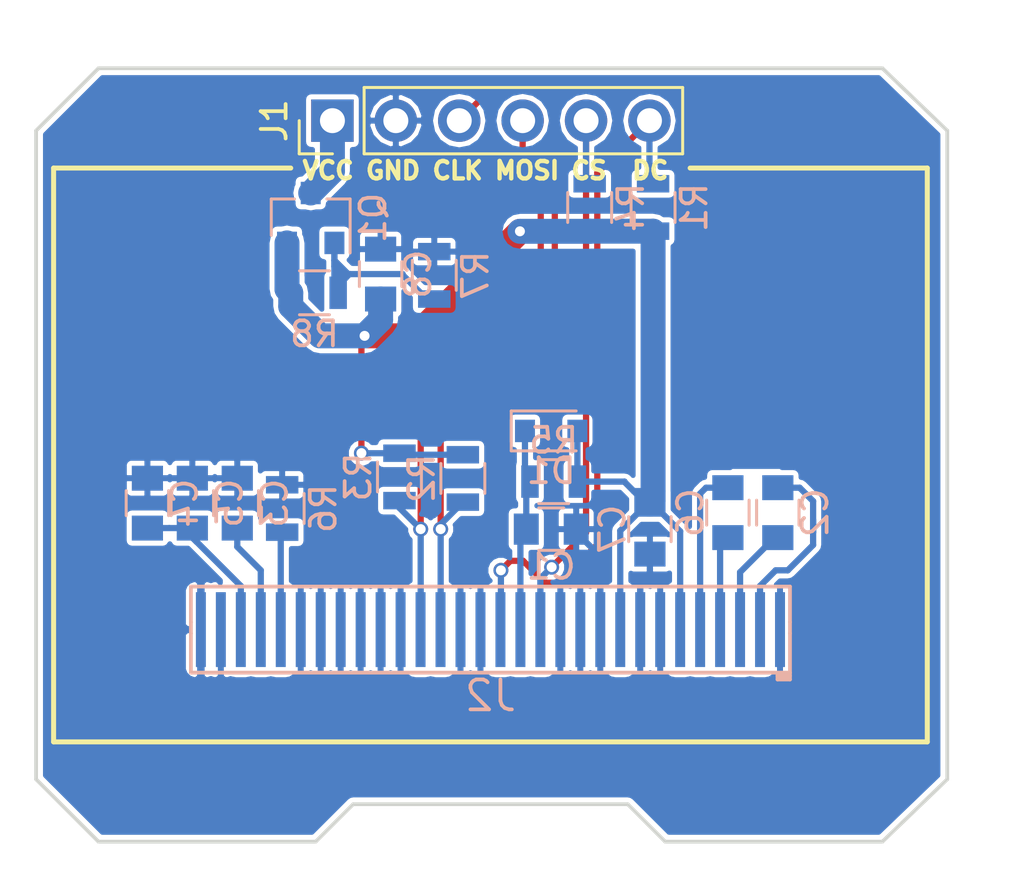
<source format=kicad_pcb>
(kicad_pcb (version 4) (host pcbnew 4.0.6)

  (general
    (links 57)
    (no_connects 15)
    (area 30.353 16.280952 71.374001 52.070001)
    (thickness 1.6)
    (drawings 18)
    (tracks 149)
    (zones 0)
    (modules 20)
    (nets 17)
  )

  (page A4)
  (layers
    (0 F.Cu signal)
    (31 B.Cu signal)
    (32 B.Adhes user)
    (33 F.Adhes user)
    (34 B.Paste user)
    (35 F.Paste user)
    (36 B.SilkS user)
    (37 F.SilkS user)
    (38 B.Mask user)
    (39 F.Mask user)
    (40 Dwgs.User user)
    (41 Cmts.User user)
    (42 Eco1.User user)
    (43 Eco2.User user)
    (44 Edge.Cuts user)
    (45 Margin user)
    (46 B.CrtYd user)
    (47 F.CrtYd user)
    (48 B.Fab user hide)
    (49 F.Fab user hide)
  )

  (setup
    (last_trace_width 0.25)
    (user_trace_width 0.5)
    (user_trace_width 0.8)
    (user_trace_width 1)
    (trace_clearance 0.2)
    (zone_clearance 0.2)
    (zone_45_only no)
    (trace_min 0.2)
    (segment_width 0.2)
    (edge_width 0.15)
    (via_size 0.6)
    (via_drill 0.4)
    (via_min_size 0.4)
    (via_min_drill 0.3)
    (uvia_size 0.3)
    (uvia_drill 0.1)
    (uvias_allowed no)
    (uvia_min_size 0.2)
    (uvia_min_drill 0.1)
    (pcb_text_width 0.3)
    (pcb_text_size 1.5 1.5)
    (mod_edge_width 0.15)
    (mod_text_size 1 1)
    (mod_text_width 0.15)
    (pad_size 0.4 3)
    (pad_drill 0)
    (pad_to_mask_clearance 0.2)
    (aux_axis_origin 0 0)
    (visible_elements 7FFFFFFF)
    (pcbplotparams
      (layerselection 0x00030_80000001)
      (usegerberextensions false)
      (excludeedgelayer true)
      (linewidth 0.100000)
      (plotframeref false)
      (viasonmask false)
      (mode 1)
      (useauxorigin false)
      (hpglpennumber 1)
      (hpglpenspeed 20)
      (hpglpendiameter 15)
      (hpglpenoverlay 2)
      (psnegative false)
      (psa4output false)
      (plotreference true)
      (plotvalue true)
      (plotinvisibletext false)
      (padsonsilk false)
      (subtractmaskfromsilk false)
      (outputformat 1)
      (mirror false)
      (drillshape 1)
      (scaleselection 1)
      (outputdirectory ""))
  )

  (net 0 "")
  (net 1 RESET)
  (net 2 GND)
  (net 3 "Net-(C2-Pad1)")
  (net 4 "Net-(C2-Pad2)")
  (net 5 "Net-(C3-Pad1)")
  (net 6 "Net-(C4-Pad1)")
  (net 7 "Net-(C6-Pad1)")
  (net 8 "Net-(C6-Pad2)")
  (net 9 +3V3)
  (net 10 VCC)
  (net 11 CLK)
  (net 12 MOSI)
  (net 13 CS)
  (net 14 DC)
  (net 15 "Net-(Q1-Pad1)")
  (net 16 "Net-(J2-Pad26)")

  (net_class Default "This is the default net class."
    (clearance 0.2)
    (trace_width 0.25)
    (via_dia 0.6)
    (via_drill 0.4)
    (uvia_dia 0.3)
    (uvia_drill 0.1)
    (add_net +3V3)
    (add_net CLK)
    (add_net CS)
    (add_net DC)
    (add_net GND)
    (add_net MOSI)
    (add_net "Net-(C2-Pad1)")
    (add_net "Net-(C2-Pad2)")
    (add_net "Net-(C3-Pad1)")
    (add_net "Net-(C4-Pad1)")
    (add_net "Net-(C6-Pad1)")
    (add_net "Net-(C6-Pad2)")
    (add_net "Net-(J2-Pad26)")
    (add_net "Net-(Q1-Pad1)")
    (add_net RESET)
    (add_net VCC)
  )

  (module Pin_Headers:Pin_Header_Straight_1x06_Pitch2.54mm (layer F.Cu) (tedit 59650532) (tstamp 5995ECDA)
    (at 43.67 21.6 90)
    (descr "Through hole straight pin header, 1x06, 2.54mm pitch, single row")
    (tags "Through hole pin header THT 1x06 2.54mm single row")
    (path /5993459F)
    (fp_text reference J1 (at 0 -2.33 90) (layer F.SilkS)
      (effects (font (size 1 1) (thickness 0.15)))
    )
    (fp_text value OLED_HEADER (at 0 15.03 90) (layer F.Fab)
      (effects (font (size 1 1) (thickness 0.15)))
    )
    (fp_line (start -0.635 -1.27) (end 1.27 -1.27) (layer F.Fab) (width 0.1))
    (fp_line (start 1.27 -1.27) (end 1.27 13.97) (layer F.Fab) (width 0.1))
    (fp_line (start 1.27 13.97) (end -1.27 13.97) (layer F.Fab) (width 0.1))
    (fp_line (start -1.27 13.97) (end -1.27 -0.635) (layer F.Fab) (width 0.1))
    (fp_line (start -1.27 -0.635) (end -0.635 -1.27) (layer F.Fab) (width 0.1))
    (fp_line (start -1.33 14.03) (end 1.33 14.03) (layer F.SilkS) (width 0.12))
    (fp_line (start -1.33 1.27) (end -1.33 14.03) (layer F.SilkS) (width 0.12))
    (fp_line (start 1.33 1.27) (end 1.33 14.03) (layer F.SilkS) (width 0.12))
    (fp_line (start -1.33 1.27) (end 1.33 1.27) (layer F.SilkS) (width 0.12))
    (fp_line (start -1.33 0) (end -1.33 -1.33) (layer F.SilkS) (width 0.12))
    (fp_line (start -1.33 -1.33) (end 0 -1.33) (layer F.SilkS) (width 0.12))
    (fp_line (start -1.8 -1.8) (end -1.8 14.5) (layer F.CrtYd) (width 0.05))
    (fp_line (start -1.8 14.5) (end 1.8 14.5) (layer F.CrtYd) (width 0.05))
    (fp_line (start 1.8 14.5) (end 1.8 -1.8) (layer F.CrtYd) (width 0.05))
    (fp_line (start 1.8 -1.8) (end -1.8 -1.8) (layer F.CrtYd) (width 0.05))
    (fp_text user %R (at 0 6.35 180) (layer F.Fab)
      (effects (font (size 1 1) (thickness 0.15)))
    )
    (pad 1 thru_hole rect (at 0 0 90) (size 1.7 1.7) (drill 1) (layers *.Cu *.Mask)
      (net 10 VCC))
    (pad 2 thru_hole oval (at 0 2.54 90) (size 1.7 1.7) (drill 1) (layers *.Cu *.Mask)
      (net 2 GND))
    (pad 3 thru_hole oval (at 0 5.08 90) (size 1.7 1.7) (drill 1) (layers *.Cu *.Mask)
      (net 11 CLK))
    (pad 4 thru_hole oval (at 0 7.62 90) (size 1.7 1.7) (drill 1) (layers *.Cu *.Mask)
      (net 12 MOSI))
    (pad 5 thru_hole oval (at 0 10.16 90) (size 1.7 1.7) (drill 1) (layers *.Cu *.Mask)
      (net 13 CS))
    (pad 6 thru_hole oval (at 0 12.7 90) (size 1.7 1.7) (drill 1) (layers *.Cu *.Mask)
      (net 14 DC))
    (model ${KISYS3DMOD}/Pin_Headers.3dshapes/Pin_Header_Straight_1x06_Pitch2.54mm.wrl
      (at (xyz 0 -0.25 -0.05))
      (scale (xyz 1 1 1))
      (rotate (xyz 0 180 90))
    )
  )

  (module Capacitors_SMD:C_0805 (layer B.Cu) (tedit 58AA8463) (tstamp 5995ECA0)
    (at 52.435 37.973)
    (descr "Capacitor SMD 0805, reflow soldering, AVX (see smccp.pdf)")
    (tags "capacitor 0805")
    (path /59933ACF)
    (attr smd)
    (fp_text reference C1 (at 0 1.5) (layer B.SilkS)
      (effects (font (size 1 1) (thickness 0.15)) (justify mirror))
    )
    (fp_text value C_Small (at 0 -1.75) (layer B.Fab)
      (effects (font (size 1 1) (thickness 0.15)) (justify mirror))
    )
    (fp_text user %R (at 0 1.5) (layer B.Fab)
      (effects (font (size 1 1) (thickness 0.15)) (justify mirror))
    )
    (fp_line (start -1 -0.62) (end -1 0.62) (layer B.Fab) (width 0.1))
    (fp_line (start 1 -0.62) (end -1 -0.62) (layer B.Fab) (width 0.1))
    (fp_line (start 1 0.62) (end 1 -0.62) (layer B.Fab) (width 0.1))
    (fp_line (start -1 0.62) (end 1 0.62) (layer B.Fab) (width 0.1))
    (fp_line (start 0.5 0.85) (end -0.5 0.85) (layer B.SilkS) (width 0.12))
    (fp_line (start -0.5 -0.85) (end 0.5 -0.85) (layer B.SilkS) (width 0.12))
    (fp_line (start -1.75 0.88) (end 1.75 0.88) (layer B.CrtYd) (width 0.05))
    (fp_line (start -1.75 0.88) (end -1.75 -0.87) (layer B.CrtYd) (width 0.05))
    (fp_line (start 1.75 -0.87) (end 1.75 0.88) (layer B.CrtYd) (width 0.05))
    (fp_line (start 1.75 -0.87) (end -1.75 -0.87) (layer B.CrtYd) (width 0.05))
    (pad 1 smd rect (at -1 0) (size 1 1.25) (layers B.Cu B.Paste B.Mask)
      (net 1 RESET))
    (pad 2 smd rect (at 1 0) (size 1 1.25) (layers B.Cu B.Paste B.Mask)
      (net 2 GND))
    (model Capacitors_SMD.3dshapes/C_0805.wrl
      (at (xyz 0 0 0))
      (scale (xyz 1 1 1))
      (rotate (xyz 0 0 0))
    )
  )

  (module Capacitors_SMD:C_0805 (layer B.Cu) (tedit 58AA8463) (tstamp 5995ECA6)
    (at 61.512 37.312 90)
    (descr "Capacitor SMD 0805, reflow soldering, AVX (see smccp.pdf)")
    (tags "capacitor 0805")
    (path /599335F3)
    (attr smd)
    (fp_text reference C2 (at 0 1.5 90) (layer B.SilkS)
      (effects (font (size 1 1) (thickness 0.15)) (justify mirror))
    )
    (fp_text value C_Small (at 0 -1.75 90) (layer B.Fab)
      (effects (font (size 1 1) (thickness 0.15)) (justify mirror))
    )
    (fp_text user %R (at 0 1.5 90) (layer B.Fab)
      (effects (font (size 1 1) (thickness 0.15)) (justify mirror))
    )
    (fp_line (start -1 -0.62) (end -1 0.62) (layer B.Fab) (width 0.1))
    (fp_line (start 1 -0.62) (end -1 -0.62) (layer B.Fab) (width 0.1))
    (fp_line (start 1 0.62) (end 1 -0.62) (layer B.Fab) (width 0.1))
    (fp_line (start -1 0.62) (end 1 0.62) (layer B.Fab) (width 0.1))
    (fp_line (start 0.5 0.85) (end -0.5 0.85) (layer B.SilkS) (width 0.12))
    (fp_line (start -0.5 -0.85) (end 0.5 -0.85) (layer B.SilkS) (width 0.12))
    (fp_line (start -1.75 0.88) (end 1.75 0.88) (layer B.CrtYd) (width 0.05))
    (fp_line (start -1.75 0.88) (end -1.75 -0.87) (layer B.CrtYd) (width 0.05))
    (fp_line (start 1.75 -0.87) (end 1.75 0.88) (layer B.CrtYd) (width 0.05))
    (fp_line (start 1.75 -0.87) (end -1.75 -0.87) (layer B.CrtYd) (width 0.05))
    (pad 1 smd rect (at -1 0 90) (size 1 1.25) (layers B.Cu B.Paste B.Mask)
      (net 3 "Net-(C2-Pad1)"))
    (pad 2 smd rect (at 1 0 90) (size 1 1.25) (layers B.Cu B.Paste B.Mask)
      (net 4 "Net-(C2-Pad2)"))
    (model Capacitors_SMD.3dshapes/C_0805.wrl
      (at (xyz 0 0 0))
      (scale (xyz 1 1 1))
      (rotate (xyz 0 0 0))
    )
  )

  (module Capacitors_SMD:C_0805 (layer B.Cu) (tedit 58AA8463) (tstamp 5995ECAC)
    (at 39.858 36.931 90)
    (descr "Capacitor SMD 0805, reflow soldering, AVX (see smccp.pdf)")
    (tags "capacitor 0805")
    (path /59933190)
    (attr smd)
    (fp_text reference C3 (at 0 1.5 90) (layer B.SilkS)
      (effects (font (size 1 1) (thickness 0.15)) (justify mirror))
    )
    (fp_text value C_Small (at 0 -1.75 90) (layer B.Fab)
      (effects (font (size 1 1) (thickness 0.15)) (justify mirror))
    )
    (fp_text user %R (at 0 1.5 90) (layer B.Fab)
      (effects (font (size 1 1) (thickness 0.15)) (justify mirror))
    )
    (fp_line (start -1 -0.62) (end -1 0.62) (layer B.Fab) (width 0.1))
    (fp_line (start 1 -0.62) (end -1 -0.62) (layer B.Fab) (width 0.1))
    (fp_line (start 1 0.62) (end 1 -0.62) (layer B.Fab) (width 0.1))
    (fp_line (start -1 0.62) (end 1 0.62) (layer B.Fab) (width 0.1))
    (fp_line (start 0.5 0.85) (end -0.5 0.85) (layer B.SilkS) (width 0.12))
    (fp_line (start -0.5 -0.85) (end 0.5 -0.85) (layer B.SilkS) (width 0.12))
    (fp_line (start -1.75 0.88) (end 1.75 0.88) (layer B.CrtYd) (width 0.05))
    (fp_line (start -1.75 0.88) (end -1.75 -0.87) (layer B.CrtYd) (width 0.05))
    (fp_line (start 1.75 -0.87) (end 1.75 0.88) (layer B.CrtYd) (width 0.05))
    (fp_line (start 1.75 -0.87) (end -1.75 -0.87) (layer B.CrtYd) (width 0.05))
    (pad 1 smd rect (at -1 0 90) (size 1 1.25) (layers B.Cu B.Paste B.Mask)
      (net 5 "Net-(C3-Pad1)"))
    (pad 2 smd rect (at 1 0 90) (size 1 1.25) (layers B.Cu B.Paste B.Mask)
      (net 2 GND))
    (model Capacitors_SMD.3dshapes/C_0805.wrl
      (at (xyz 0 0 0))
      (scale (xyz 1 1 1))
      (rotate (xyz 0 0 0))
    )
  )

  (module Capacitors_SMD:C_0805 (layer B.Cu) (tedit 58AA8463) (tstamp 5995ECB2)
    (at 36.258 36.931 90)
    (descr "Capacitor SMD 0805, reflow soldering, AVX (see smccp.pdf)")
    (tags "capacitor 0805")
    (path /599330C7)
    (attr smd)
    (fp_text reference C4 (at 0 1.5 90) (layer B.SilkS)
      (effects (font (size 1 1) (thickness 0.15)) (justify mirror))
    )
    (fp_text value C_Small (at 0 -1.75 90) (layer B.Fab)
      (effects (font (size 1 1) (thickness 0.15)) (justify mirror))
    )
    (fp_text user %R (at 0 1.5 90) (layer B.Fab)
      (effects (font (size 1 1) (thickness 0.15)) (justify mirror))
    )
    (fp_line (start -1 -0.62) (end -1 0.62) (layer B.Fab) (width 0.1))
    (fp_line (start 1 -0.62) (end -1 -0.62) (layer B.Fab) (width 0.1))
    (fp_line (start 1 0.62) (end 1 -0.62) (layer B.Fab) (width 0.1))
    (fp_line (start -1 0.62) (end 1 0.62) (layer B.Fab) (width 0.1))
    (fp_line (start 0.5 0.85) (end -0.5 0.85) (layer B.SilkS) (width 0.12))
    (fp_line (start -0.5 -0.85) (end 0.5 -0.85) (layer B.SilkS) (width 0.12))
    (fp_line (start -1.75 0.88) (end 1.75 0.88) (layer B.CrtYd) (width 0.05))
    (fp_line (start -1.75 0.88) (end -1.75 -0.87) (layer B.CrtYd) (width 0.05))
    (fp_line (start 1.75 -0.87) (end 1.75 0.88) (layer B.CrtYd) (width 0.05))
    (fp_line (start 1.75 -0.87) (end -1.75 -0.87) (layer B.CrtYd) (width 0.05))
    (pad 1 smd rect (at -1 0 90) (size 1 1.25) (layers B.Cu B.Paste B.Mask)
      (net 6 "Net-(C4-Pad1)"))
    (pad 2 smd rect (at 1 0 90) (size 1 1.25) (layers B.Cu B.Paste B.Mask)
      (net 2 GND))
    (model Capacitors_SMD.3dshapes/C_0805.wrl
      (at (xyz 0 0 0))
      (scale (xyz 1 1 1))
      (rotate (xyz 0 0 0))
    )
  )

  (module Capacitors_SMD:C_0805 (layer B.Cu) (tedit 58AA8463) (tstamp 5995ECB8)
    (at 38.058 36.931 90)
    (descr "Capacitor SMD 0805, reflow soldering, AVX (see smccp.pdf)")
    (tags "capacitor 0805")
    (path /5995F31A)
    (attr smd)
    (fp_text reference C5 (at 0 1.5 90) (layer B.SilkS)
      (effects (font (size 1 1) (thickness 0.15)) (justify mirror))
    )
    (fp_text value C_Small (at 0 -1.75 90) (layer B.Fab)
      (effects (font (size 1 1) (thickness 0.15)) (justify mirror))
    )
    (fp_text user %R (at 0 1.5 90) (layer B.Fab)
      (effects (font (size 1 1) (thickness 0.15)) (justify mirror))
    )
    (fp_line (start -1 -0.62) (end -1 0.62) (layer B.Fab) (width 0.1))
    (fp_line (start 1 -0.62) (end -1 -0.62) (layer B.Fab) (width 0.1))
    (fp_line (start 1 0.62) (end 1 -0.62) (layer B.Fab) (width 0.1))
    (fp_line (start -1 0.62) (end 1 0.62) (layer B.Fab) (width 0.1))
    (fp_line (start 0.5 0.85) (end -0.5 0.85) (layer B.SilkS) (width 0.12))
    (fp_line (start -0.5 -0.85) (end 0.5 -0.85) (layer B.SilkS) (width 0.12))
    (fp_line (start -1.75 0.88) (end 1.75 0.88) (layer B.CrtYd) (width 0.05))
    (fp_line (start -1.75 0.88) (end -1.75 -0.87) (layer B.CrtYd) (width 0.05))
    (fp_line (start 1.75 -0.87) (end 1.75 0.88) (layer B.CrtYd) (width 0.05))
    (fp_line (start 1.75 -0.87) (end -1.75 -0.87) (layer B.CrtYd) (width 0.05))
    (pad 1 smd rect (at -1 0 90) (size 1 1.25) (layers B.Cu B.Paste B.Mask)
      (net 6 "Net-(C4-Pad1)"))
    (pad 2 smd rect (at 1 0 90) (size 1 1.25) (layers B.Cu B.Paste B.Mask)
      (net 2 GND))
    (model Capacitors_SMD.3dshapes/C_0805.wrl
      (at (xyz 0 0 0))
      (scale (xyz 1 1 1))
      (rotate (xyz 0 0 0))
    )
  )

  (module Capacitors_SMD:C_0805 (layer B.Cu) (tedit 58AA8463) (tstamp 5995ECBE)
    (at 59.512 37.312 270)
    (descr "Capacitor SMD 0805, reflow soldering, AVX (see smccp.pdf)")
    (tags "capacitor 0805")
    (path /599336EE)
    (attr smd)
    (fp_text reference C6 (at 0 1.5 270) (layer B.SilkS)
      (effects (font (size 1 1) (thickness 0.15)) (justify mirror))
    )
    (fp_text value C_Small (at 0 -1.75 270) (layer B.Fab)
      (effects (font (size 1 1) (thickness 0.15)) (justify mirror))
    )
    (fp_text user %R (at 0 1.5 270) (layer B.Fab)
      (effects (font (size 1 1) (thickness 0.15)) (justify mirror))
    )
    (fp_line (start -1 -0.62) (end -1 0.62) (layer B.Fab) (width 0.1))
    (fp_line (start 1 -0.62) (end -1 -0.62) (layer B.Fab) (width 0.1))
    (fp_line (start 1 0.62) (end 1 -0.62) (layer B.Fab) (width 0.1))
    (fp_line (start -1 0.62) (end 1 0.62) (layer B.Fab) (width 0.1))
    (fp_line (start 0.5 0.85) (end -0.5 0.85) (layer B.SilkS) (width 0.12))
    (fp_line (start -0.5 -0.85) (end 0.5 -0.85) (layer B.SilkS) (width 0.12))
    (fp_line (start -1.75 0.88) (end 1.75 0.88) (layer B.CrtYd) (width 0.05))
    (fp_line (start -1.75 0.88) (end -1.75 -0.87) (layer B.CrtYd) (width 0.05))
    (fp_line (start 1.75 -0.87) (end 1.75 0.88) (layer B.CrtYd) (width 0.05))
    (fp_line (start 1.75 -0.87) (end -1.75 -0.87) (layer B.CrtYd) (width 0.05))
    (pad 1 smd rect (at -1 0 270) (size 1 1.25) (layers B.Cu B.Paste B.Mask)
      (net 7 "Net-(C6-Pad1)"))
    (pad 2 smd rect (at 1 0 270) (size 1 1.25) (layers B.Cu B.Paste B.Mask)
      (net 8 "Net-(C6-Pad2)"))
    (model Capacitors_SMD.3dshapes/C_0805.wrl
      (at (xyz 0 0 0))
      (scale (xyz 1 1 1))
      (rotate (xyz 0 0 0))
    )
  )

  (module Capacitors_SMD:C_0805 (layer B.Cu) (tedit 58AA8463) (tstamp 5995ECC4)
    (at 56.388 37.973 270)
    (descr "Capacitor SMD 0805, reflow soldering, AVX (see smccp.pdf)")
    (tags "capacitor 0805")
    (path /59960C78)
    (attr smd)
    (fp_text reference C7 (at 0 1.5 270) (layer B.SilkS)
      (effects (font (size 1 1) (thickness 0.15)) (justify mirror))
    )
    (fp_text value C_Small (at 0 -1.75 270) (layer B.Fab)
      (effects (font (size 1 1) (thickness 0.15)) (justify mirror))
    )
    (fp_text user %R (at 0 1.5 270) (layer B.Fab)
      (effects (font (size 1 1) (thickness 0.15)) (justify mirror))
    )
    (fp_line (start -1 -0.62) (end -1 0.62) (layer B.Fab) (width 0.1))
    (fp_line (start 1 -0.62) (end -1 -0.62) (layer B.Fab) (width 0.1))
    (fp_line (start 1 0.62) (end 1 -0.62) (layer B.Fab) (width 0.1))
    (fp_line (start -1 0.62) (end 1 0.62) (layer B.Fab) (width 0.1))
    (fp_line (start 0.5 0.85) (end -0.5 0.85) (layer B.SilkS) (width 0.12))
    (fp_line (start -0.5 -0.85) (end 0.5 -0.85) (layer B.SilkS) (width 0.12))
    (fp_line (start -1.75 0.88) (end 1.75 0.88) (layer B.CrtYd) (width 0.05))
    (fp_line (start -1.75 0.88) (end -1.75 -0.87) (layer B.CrtYd) (width 0.05))
    (fp_line (start 1.75 -0.87) (end 1.75 0.88) (layer B.CrtYd) (width 0.05))
    (fp_line (start 1.75 -0.87) (end -1.75 -0.87) (layer B.CrtYd) (width 0.05))
    (pad 1 smd rect (at -1 0 270) (size 1 1.25) (layers B.Cu B.Paste B.Mask)
      (net 9 +3V3))
    (pad 2 smd rect (at 1 0 270) (size 1 1.25) (layers B.Cu B.Paste B.Mask)
      (net 2 GND))
    (model Capacitors_SMD.3dshapes/C_0805.wrl
      (at (xyz 0 0 0))
      (scale (xyz 1 1 1))
      (rotate (xyz 0 0 0))
    )
  )

  (module Capacitors_SMD:C_0805 (layer B.Cu) (tedit 58AA8463) (tstamp 5995ECCA)
    (at 45.6 27.75 90)
    (descr "Capacitor SMD 0805, reflow soldering, AVX (see smccp.pdf)")
    (tags "capacitor 0805")
    (path /599615DC)
    (attr smd)
    (fp_text reference C8 (at 0 1.5 90) (layer B.SilkS)
      (effects (font (size 1 1) (thickness 0.15)) (justify mirror))
    )
    (fp_text value C_Small (at 0 -1.75 90) (layer B.Fab)
      (effects (font (size 1 1) (thickness 0.15)) (justify mirror))
    )
    (fp_text user %R (at 0 1.5 90) (layer B.Fab)
      (effects (font (size 1 1) (thickness 0.15)) (justify mirror))
    )
    (fp_line (start -1 -0.62) (end -1 0.62) (layer B.Fab) (width 0.1))
    (fp_line (start 1 -0.62) (end -1 -0.62) (layer B.Fab) (width 0.1))
    (fp_line (start 1 0.62) (end 1 -0.62) (layer B.Fab) (width 0.1))
    (fp_line (start -1 0.62) (end 1 0.62) (layer B.Fab) (width 0.1))
    (fp_line (start 0.5 0.85) (end -0.5 0.85) (layer B.SilkS) (width 0.12))
    (fp_line (start -0.5 -0.85) (end 0.5 -0.85) (layer B.SilkS) (width 0.12))
    (fp_line (start -1.75 0.88) (end 1.75 0.88) (layer B.CrtYd) (width 0.05))
    (fp_line (start -1.75 0.88) (end -1.75 -0.87) (layer B.CrtYd) (width 0.05))
    (fp_line (start 1.75 -0.87) (end 1.75 0.88) (layer B.CrtYd) (width 0.05))
    (fp_line (start 1.75 -0.87) (end -1.75 -0.87) (layer B.CrtYd) (width 0.05))
    (pad 1 smd rect (at -1 0 90) (size 1 1.25) (layers B.Cu B.Paste B.Mask)
      (net 9 +3V3))
    (pad 2 smd rect (at 1 0 90) (size 1 1.25) (layers B.Cu B.Paste B.Mask)
      (net 2 GND))
    (model Capacitors_SMD.3dshapes/C_0805.wrl
      (at (xyz 0 0 0))
      (scale (xyz 1 1 1))
      (rotate (xyz 0 0 0))
    )
  )

  (module Diodes_SMD:D_0805 (layer B.Cu) (tedit 590CE9A4) (tstamp 5995ECD0)
    (at 52.433 34.036)
    (descr "Diode SMD in 0805 package http://datasheets.avx.com/schottky.pdf")
    (tags "smd diode")
    (path /59933C94)
    (attr smd)
    (fp_text reference D1 (at 0 1.6) (layer B.SilkS)
      (effects (font (size 1 1) (thickness 0.15)) (justify mirror))
    )
    (fp_text value D_Small (at 0 -1.7) (layer B.Fab)
      (effects (font (size 1 1) (thickness 0.15)) (justify mirror))
    )
    (fp_text user %R (at 0 1.6) (layer B.Fab)
      (effects (font (size 1 1) (thickness 0.15)) (justify mirror))
    )
    (fp_line (start -1.6 0.8) (end -1.6 -0.8) (layer B.SilkS) (width 0.12))
    (fp_line (start -1.7 -0.88) (end -1.7 0.88) (layer B.CrtYd) (width 0.05))
    (fp_line (start 1.7 -0.88) (end -1.7 -0.88) (layer B.CrtYd) (width 0.05))
    (fp_line (start 1.7 0.88) (end 1.7 -0.88) (layer B.CrtYd) (width 0.05))
    (fp_line (start -1.7 0.88) (end 1.7 0.88) (layer B.CrtYd) (width 0.05))
    (fp_line (start 0.2 0) (end 0.4 0) (layer B.Fab) (width 0.1))
    (fp_line (start -0.1 0) (end -0.3 0) (layer B.Fab) (width 0.1))
    (fp_line (start -0.1 0.2) (end -0.1 -0.2) (layer B.Fab) (width 0.1))
    (fp_line (start 0.2 -0.2) (end 0.2 0.2) (layer B.Fab) (width 0.1))
    (fp_line (start -0.1 0) (end 0.2 -0.2) (layer B.Fab) (width 0.1))
    (fp_line (start 0.2 0.2) (end -0.1 0) (layer B.Fab) (width 0.1))
    (fp_line (start -1 -0.65) (end -1 0.65) (layer B.Fab) (width 0.1))
    (fp_line (start 1 -0.65) (end -1 -0.65) (layer B.Fab) (width 0.1))
    (fp_line (start 1 0.65) (end 1 -0.65) (layer B.Fab) (width 0.1))
    (fp_line (start -1 0.65) (end 1 0.65) (layer B.Fab) (width 0.1))
    (fp_line (start -1.6 -0.8) (end 1 -0.8) (layer B.SilkS) (width 0.12))
    (fp_line (start -1.6 0.8) (end 1 0.8) (layer B.SilkS) (width 0.12))
    (pad 1 smd rect (at -1.05 0) (size 0.8 0.9) (layers B.Cu B.Paste B.Mask)
      (net 1 RESET))
    (pad 2 smd rect (at 1.05 0) (size 0.8 0.9) (layers B.Cu B.Paste B.Mask)
      (net 9 +3V3))
    (model ${KISYS3DMOD}/Diodes_SMD.3dshapes/D_0805.wrl
      (at (xyz 0 0 0))
      (scale (xyz 1 1 1))
      (rotate (xyz 0 0 0))
    )
  )

  (module TO_SOT_Packages_SMD:SOT-23 (layer B.Cu) (tedit 58CE4E7E) (tstamp 5995ECE1)
    (at 42.8 25.5 90)
    (descr "SOT-23, Standard")
    (tags SOT-23)
    (path /5996119D)
    (attr smd)
    (fp_text reference Q1 (at 0 2.5 90) (layer B.SilkS)
      (effects (font (size 1 1) (thickness 0.15)) (justify mirror))
    )
    (fp_text value Q_PMOS_GSD (at 0 -2.5 90) (layer B.Fab)
      (effects (font (size 1 1) (thickness 0.15)) (justify mirror))
    )
    (fp_text user %R (at 0 0 360) (layer B.Fab)
      (effects (font (size 0.5 0.5) (thickness 0.075)) (justify mirror))
    )
    (fp_line (start -0.7 0.95) (end -0.7 -1.5) (layer B.Fab) (width 0.1))
    (fp_line (start -0.15 1.52) (end 0.7 1.52) (layer B.Fab) (width 0.1))
    (fp_line (start -0.7 0.95) (end -0.15 1.52) (layer B.Fab) (width 0.1))
    (fp_line (start 0.7 1.52) (end 0.7 -1.52) (layer B.Fab) (width 0.1))
    (fp_line (start -0.7 -1.52) (end 0.7 -1.52) (layer B.Fab) (width 0.1))
    (fp_line (start 0.76 -1.58) (end 0.76 -0.65) (layer B.SilkS) (width 0.12))
    (fp_line (start 0.76 1.58) (end 0.76 0.65) (layer B.SilkS) (width 0.12))
    (fp_line (start -1.7 1.75) (end 1.7 1.75) (layer B.CrtYd) (width 0.05))
    (fp_line (start 1.7 1.75) (end 1.7 -1.75) (layer B.CrtYd) (width 0.05))
    (fp_line (start 1.7 -1.75) (end -1.7 -1.75) (layer B.CrtYd) (width 0.05))
    (fp_line (start -1.7 -1.75) (end -1.7 1.75) (layer B.CrtYd) (width 0.05))
    (fp_line (start 0.76 1.58) (end -1.4 1.58) (layer B.SilkS) (width 0.12))
    (fp_line (start 0.76 -1.58) (end -0.7 -1.58) (layer B.SilkS) (width 0.12))
    (pad 1 smd rect (at -1 0.95 90) (size 0.9 0.8) (layers B.Cu B.Paste B.Mask)
      (net 15 "Net-(Q1-Pad1)"))
    (pad 2 smd rect (at -1 -0.95 90) (size 0.9 0.8) (layers B.Cu B.Paste B.Mask)
      (net 9 +3V3))
    (pad 3 smd rect (at 1 0 90) (size 0.9 0.8) (layers B.Cu B.Paste B.Mask)
      (net 10 VCC))
    (model ${KISYS3DMOD}/TO_SOT_Packages_SMD.3dshapes/SOT-23.wrl
      (at (xyz 0 0 0))
      (scale (xyz 1 1 1))
      (rotate (xyz 0 0 90))
    )
  )

  (module Resistors_SMD:R_0805 (layer B.Cu) (tedit 58E0A804) (tstamp 5995ECE7)
    (at 56.515 25.08 90)
    (descr "Resistor SMD 0805, reflow soldering, Vishay (see dcrcw.pdf)")
    (tags "resistor 0805")
    (path /5993441A)
    (attr smd)
    (fp_text reference R1 (at 0 1.65 90) (layer B.SilkS)
      (effects (font (size 1 1) (thickness 0.15)) (justify mirror))
    )
    (fp_text value R_Small (at 0 -1.75 90) (layer B.Fab)
      (effects (font (size 1 1) (thickness 0.15)) (justify mirror))
    )
    (fp_text user %R (at 0 0 90) (layer B.Fab)
      (effects (font (size 0.5 0.5) (thickness 0.075)) (justify mirror))
    )
    (fp_line (start -1 -0.62) (end -1 0.62) (layer B.Fab) (width 0.1))
    (fp_line (start 1 -0.62) (end -1 -0.62) (layer B.Fab) (width 0.1))
    (fp_line (start 1 0.62) (end 1 -0.62) (layer B.Fab) (width 0.1))
    (fp_line (start -1 0.62) (end 1 0.62) (layer B.Fab) (width 0.1))
    (fp_line (start 0.6 -0.88) (end -0.6 -0.88) (layer B.SilkS) (width 0.12))
    (fp_line (start -0.6 0.88) (end 0.6 0.88) (layer B.SilkS) (width 0.12))
    (fp_line (start -1.55 0.9) (end 1.55 0.9) (layer B.CrtYd) (width 0.05))
    (fp_line (start -1.55 0.9) (end -1.55 -0.9) (layer B.CrtYd) (width 0.05))
    (fp_line (start 1.55 -0.9) (end 1.55 0.9) (layer B.CrtYd) (width 0.05))
    (fp_line (start 1.55 -0.9) (end -1.55 -0.9) (layer B.CrtYd) (width 0.05))
    (pad 1 smd rect (at -0.95 0 90) (size 0.7 1.3) (layers B.Cu B.Paste B.Mask)
      (net 9 +3V3))
    (pad 2 smd rect (at 0.95 0 90) (size 0.7 1.3) (layers B.Cu B.Paste B.Mask)
      (net 14 DC))
    (model ${KISYS3DMOD}/Resistors_SMD.3dshapes/R_0805.wrl
      (at (xyz 0 0 0))
      (scale (xyz 1 1 1))
      (rotate (xyz 0 0 0))
    )
  )

  (module Resistors_SMD:R_0805 (layer B.Cu) (tedit 58E0A804) (tstamp 5995ECED)
    (at 48.895 35.941 270)
    (descr "Resistor SMD 0805, reflow soldering, Vishay (see dcrcw.pdf)")
    (tags "resistor 0805")
    (path /59934398)
    (attr smd)
    (fp_text reference R2 (at 0 1.65 270) (layer B.SilkS)
      (effects (font (size 1 1) (thickness 0.15)) (justify mirror))
    )
    (fp_text value R_Small (at 0 -1.75 270) (layer B.Fab)
      (effects (font (size 1 1) (thickness 0.15)) (justify mirror))
    )
    (fp_text user %R (at 0 0 270) (layer B.Fab)
      (effects (font (size 0.5 0.5) (thickness 0.075)) (justify mirror))
    )
    (fp_line (start -1 -0.62) (end -1 0.62) (layer B.Fab) (width 0.1))
    (fp_line (start 1 -0.62) (end -1 -0.62) (layer B.Fab) (width 0.1))
    (fp_line (start 1 0.62) (end 1 -0.62) (layer B.Fab) (width 0.1))
    (fp_line (start -1 0.62) (end 1 0.62) (layer B.Fab) (width 0.1))
    (fp_line (start 0.6 -0.88) (end -0.6 -0.88) (layer B.SilkS) (width 0.12))
    (fp_line (start -0.6 0.88) (end 0.6 0.88) (layer B.SilkS) (width 0.12))
    (fp_line (start -1.55 0.9) (end 1.55 0.9) (layer B.CrtYd) (width 0.05))
    (fp_line (start -1.55 0.9) (end -1.55 -0.9) (layer B.CrtYd) (width 0.05))
    (fp_line (start 1.55 -0.9) (end 1.55 0.9) (layer B.CrtYd) (width 0.05))
    (fp_line (start 1.55 -0.9) (end -1.55 -0.9) (layer B.CrtYd) (width 0.05))
    (pad 1 smd rect (at -0.95 0 270) (size 0.7 1.3) (layers B.Cu B.Paste B.Mask)
      (net 9 +3V3))
    (pad 2 smd rect (at 0.95 0 270) (size 0.7 1.3) (layers B.Cu B.Paste B.Mask)
      (net 11 CLK))
    (model ${KISYS3DMOD}/Resistors_SMD.3dshapes/R_0805.wrl
      (at (xyz 0 0 0))
      (scale (xyz 1 1 1))
      (rotate (xyz 0 0 0))
    )
  )

  (module Resistors_SMD:R_0805 (layer B.Cu) (tedit 58E0A804) (tstamp 5995ECF3)
    (at 46.355 35.88 270)
    (descr "Resistor SMD 0805, reflow soldering, Vishay (see dcrcw.pdf)")
    (tags "resistor 0805")
    (path /5993433C)
    (attr smd)
    (fp_text reference R3 (at 0 1.65 270) (layer B.SilkS)
      (effects (font (size 1 1) (thickness 0.15)) (justify mirror))
    )
    (fp_text value R_Small (at 0 -1.75 270) (layer B.Fab)
      (effects (font (size 1 1) (thickness 0.15)) (justify mirror))
    )
    (fp_text user %R (at 0 0 270) (layer B.Fab)
      (effects (font (size 0.5 0.5) (thickness 0.075)) (justify mirror))
    )
    (fp_line (start -1 -0.62) (end -1 0.62) (layer B.Fab) (width 0.1))
    (fp_line (start 1 -0.62) (end -1 -0.62) (layer B.Fab) (width 0.1))
    (fp_line (start 1 0.62) (end 1 -0.62) (layer B.Fab) (width 0.1))
    (fp_line (start -1 0.62) (end 1 0.62) (layer B.Fab) (width 0.1))
    (fp_line (start 0.6 -0.88) (end -0.6 -0.88) (layer B.SilkS) (width 0.12))
    (fp_line (start -0.6 0.88) (end 0.6 0.88) (layer B.SilkS) (width 0.12))
    (fp_line (start -1.55 0.9) (end 1.55 0.9) (layer B.CrtYd) (width 0.05))
    (fp_line (start -1.55 0.9) (end -1.55 -0.9) (layer B.CrtYd) (width 0.05))
    (fp_line (start 1.55 -0.9) (end 1.55 0.9) (layer B.CrtYd) (width 0.05))
    (fp_line (start 1.55 -0.9) (end -1.55 -0.9) (layer B.CrtYd) (width 0.05))
    (pad 1 smd rect (at -0.95 0 270) (size 0.7 1.3) (layers B.Cu B.Paste B.Mask)
      (net 9 +3V3))
    (pad 2 smd rect (at 0.95 0 270) (size 0.7 1.3) (layers B.Cu B.Paste B.Mask)
      (net 12 MOSI))
    (model ${KISYS3DMOD}/Resistors_SMD.3dshapes/R_0805.wrl
      (at (xyz 0 0 0))
      (scale (xyz 1 1 1))
      (rotate (xyz 0 0 0))
    )
  )

  (module Resistors_SMD:R_0805 (layer B.Cu) (tedit 58E0A804) (tstamp 5995ECF9)
    (at 53.975 25.08 90)
    (descr "Resistor SMD 0805, reflow soldering, Vishay (see dcrcw.pdf)")
    (tags "resistor 0805")
    (path /59934233)
    (attr smd)
    (fp_text reference R4 (at 0 1.65 90) (layer B.SilkS)
      (effects (font (size 1 1) (thickness 0.15)) (justify mirror))
    )
    (fp_text value R_Small (at 0 -1.75 90) (layer B.Fab)
      (effects (font (size 1 1) (thickness 0.15)) (justify mirror))
    )
    (fp_text user %R (at 0 0 90) (layer B.Fab)
      (effects (font (size 0.5 0.5) (thickness 0.075)) (justify mirror))
    )
    (fp_line (start -1 -0.62) (end -1 0.62) (layer B.Fab) (width 0.1))
    (fp_line (start 1 -0.62) (end -1 -0.62) (layer B.Fab) (width 0.1))
    (fp_line (start 1 0.62) (end 1 -0.62) (layer B.Fab) (width 0.1))
    (fp_line (start -1 0.62) (end 1 0.62) (layer B.Fab) (width 0.1))
    (fp_line (start 0.6 -0.88) (end -0.6 -0.88) (layer B.SilkS) (width 0.12))
    (fp_line (start -0.6 0.88) (end 0.6 0.88) (layer B.SilkS) (width 0.12))
    (fp_line (start -1.55 0.9) (end 1.55 0.9) (layer B.CrtYd) (width 0.05))
    (fp_line (start -1.55 0.9) (end -1.55 -0.9) (layer B.CrtYd) (width 0.05))
    (fp_line (start 1.55 -0.9) (end 1.55 0.9) (layer B.CrtYd) (width 0.05))
    (fp_line (start 1.55 -0.9) (end -1.55 -0.9) (layer B.CrtYd) (width 0.05))
    (pad 1 smd rect (at -0.95 0 90) (size 0.7 1.3) (layers B.Cu B.Paste B.Mask)
      (net 9 +3V3))
    (pad 2 smd rect (at 0.95 0 90) (size 0.7 1.3) (layers B.Cu B.Paste B.Mask)
      (net 13 CS))
    (model ${KISYS3DMOD}/Resistors_SMD.3dshapes/R_0805.wrl
      (at (xyz 0 0 0))
      (scale (xyz 1 1 1))
      (rotate (xyz 0 0 0))
    )
  )

  (module Resistors_SMD:R_0805 (layer B.Cu) (tedit 58E0A804) (tstamp 5995ECFF)
    (at 52.533 36.068 180)
    (descr "Resistor SMD 0805, reflow soldering, Vishay (see dcrcw.pdf)")
    (tags "resistor 0805")
    (path /59933B00)
    (attr smd)
    (fp_text reference R5 (at 0 1.65 180) (layer B.SilkS)
      (effects (font (size 1 1) (thickness 0.15)) (justify mirror))
    )
    (fp_text value R_Small (at 0 -1.75 180) (layer B.Fab)
      (effects (font (size 1 1) (thickness 0.15)) (justify mirror))
    )
    (fp_text user %R (at 0 0 180) (layer B.Fab)
      (effects (font (size 0.5 0.5) (thickness 0.075)) (justify mirror))
    )
    (fp_line (start -1 -0.62) (end -1 0.62) (layer B.Fab) (width 0.1))
    (fp_line (start 1 -0.62) (end -1 -0.62) (layer B.Fab) (width 0.1))
    (fp_line (start 1 0.62) (end 1 -0.62) (layer B.Fab) (width 0.1))
    (fp_line (start -1 0.62) (end 1 0.62) (layer B.Fab) (width 0.1))
    (fp_line (start 0.6 -0.88) (end -0.6 -0.88) (layer B.SilkS) (width 0.12))
    (fp_line (start -0.6 0.88) (end 0.6 0.88) (layer B.SilkS) (width 0.12))
    (fp_line (start -1.55 0.9) (end 1.55 0.9) (layer B.CrtYd) (width 0.05))
    (fp_line (start -1.55 0.9) (end -1.55 -0.9) (layer B.CrtYd) (width 0.05))
    (fp_line (start 1.55 -0.9) (end 1.55 0.9) (layer B.CrtYd) (width 0.05))
    (fp_line (start 1.55 -0.9) (end -1.55 -0.9) (layer B.CrtYd) (width 0.05))
    (pad 1 smd rect (at -0.95 0 180) (size 0.7 1.3) (layers B.Cu B.Paste B.Mask)
      (net 9 +3V3))
    (pad 2 smd rect (at 0.95 0 180) (size 0.7 1.3) (layers B.Cu B.Paste B.Mask)
      (net 1 RESET))
    (model ${KISYS3DMOD}/Resistors_SMD.3dshapes/R_0805.wrl
      (at (xyz 0 0 0))
      (scale (xyz 1 1 1))
      (rotate (xyz 0 0 0))
    )
  )

  (module Resistors_SMD:R_0805 (layer B.Cu) (tedit 58E0A804) (tstamp 5995ED05)
    (at 41.656 37.145 90)
    (descr "Resistor SMD 0805, reflow soldering, Vishay (see dcrcw.pdf)")
    (tags "resistor 0805")
    (path /599333B4)
    (attr smd)
    (fp_text reference R6 (at 0 1.65 90) (layer B.SilkS)
      (effects (font (size 1 1) (thickness 0.15)) (justify mirror))
    )
    (fp_text value R_Small (at 0 -1.75 90) (layer B.Fab)
      (effects (font (size 1 1) (thickness 0.15)) (justify mirror))
    )
    (fp_text user %R (at 0 0 90) (layer B.Fab)
      (effects (font (size 0.5 0.5) (thickness 0.075)) (justify mirror))
    )
    (fp_line (start -1 -0.62) (end -1 0.62) (layer B.Fab) (width 0.1))
    (fp_line (start 1 -0.62) (end -1 -0.62) (layer B.Fab) (width 0.1))
    (fp_line (start 1 0.62) (end 1 -0.62) (layer B.Fab) (width 0.1))
    (fp_line (start -1 0.62) (end 1 0.62) (layer B.Fab) (width 0.1))
    (fp_line (start 0.6 -0.88) (end -0.6 -0.88) (layer B.SilkS) (width 0.12))
    (fp_line (start -0.6 0.88) (end 0.6 0.88) (layer B.SilkS) (width 0.12))
    (fp_line (start -1.55 0.9) (end 1.55 0.9) (layer B.CrtYd) (width 0.05))
    (fp_line (start -1.55 0.9) (end -1.55 -0.9) (layer B.CrtYd) (width 0.05))
    (fp_line (start 1.55 -0.9) (end 1.55 0.9) (layer B.CrtYd) (width 0.05))
    (fp_line (start 1.55 -0.9) (end -1.55 -0.9) (layer B.CrtYd) (width 0.05))
    (pad 1 smd rect (at -0.95 0 90) (size 0.7 1.3) (layers B.Cu B.Paste B.Mask)
      (net 16 "Net-(J2-Pad26)"))
    (pad 2 smd rect (at 0.95 0 90) (size 0.7 1.3) (layers B.Cu B.Paste B.Mask)
      (net 2 GND))
    (model ${KISYS3DMOD}/Resistors_SMD.3dshapes/R_0805.wrl
      (at (xyz 0 0 0))
      (scale (xyz 1 1 1))
      (rotate (xyz 0 0 0))
    )
  )

  (module Resistors_SMD:R_0805 (layer B.Cu) (tedit 58E0A804) (tstamp 5995ED0B)
    (at 47.75 27.8 90)
    (descr "Resistor SMD 0805, reflow soldering, Vishay (see dcrcw.pdf)")
    (tags "resistor 0805")
    (path /59961A00)
    (attr smd)
    (fp_text reference R7 (at 0 1.65 90) (layer B.SilkS)
      (effects (font (size 1 1) (thickness 0.15)) (justify mirror))
    )
    (fp_text value R_Small (at 0 -1.75 90) (layer B.Fab)
      (effects (font (size 1 1) (thickness 0.15)) (justify mirror))
    )
    (fp_text user %R (at 0 0 90) (layer B.Fab)
      (effects (font (size 0.5 0.5) (thickness 0.075)) (justify mirror))
    )
    (fp_line (start -1 -0.62) (end -1 0.62) (layer B.Fab) (width 0.1))
    (fp_line (start 1 -0.62) (end -1 -0.62) (layer B.Fab) (width 0.1))
    (fp_line (start 1 0.62) (end 1 -0.62) (layer B.Fab) (width 0.1))
    (fp_line (start -1 0.62) (end 1 0.62) (layer B.Fab) (width 0.1))
    (fp_line (start 0.6 -0.88) (end -0.6 -0.88) (layer B.SilkS) (width 0.12))
    (fp_line (start -0.6 0.88) (end 0.6 0.88) (layer B.SilkS) (width 0.12))
    (fp_line (start -1.55 0.9) (end 1.55 0.9) (layer B.CrtYd) (width 0.05))
    (fp_line (start -1.55 0.9) (end -1.55 -0.9) (layer B.CrtYd) (width 0.05))
    (fp_line (start 1.55 -0.9) (end 1.55 0.9) (layer B.CrtYd) (width 0.05))
    (fp_line (start 1.55 -0.9) (end -1.55 -0.9) (layer B.CrtYd) (width 0.05))
    (pad 1 smd rect (at -0.95 0 90) (size 0.7 1.3) (layers B.Cu B.Paste B.Mask)
      (net 15 "Net-(Q1-Pad1)"))
    (pad 2 smd rect (at 0.95 0 90) (size 0.7 1.3) (layers B.Cu B.Paste B.Mask)
      (net 2 GND))
    (model ${KISYS3DMOD}/Resistors_SMD.3dshapes/R_0805.wrl
      (at (xyz 0 0 0))
      (scale (xyz 1 1 1))
      (rotate (xyz 0 0 0))
    )
  )

  (module Resistors_SMD:R_0805 (layer B.Cu) (tedit 58E0A804) (tstamp 5995ED11)
    (at 42.95 28.5)
    (descr "Resistor SMD 0805, reflow soldering, Vishay (see dcrcw.pdf)")
    (tags "resistor 0805")
    (path /5996196E)
    (attr smd)
    (fp_text reference R8 (at 0 1.65) (layer B.SilkS)
      (effects (font (size 1 1) (thickness 0.15)) (justify mirror))
    )
    (fp_text value R_Small (at 0 -1.75) (layer B.Fab)
      (effects (font (size 1 1) (thickness 0.15)) (justify mirror))
    )
    (fp_text user %R (at 0 0) (layer B.Fab)
      (effects (font (size 0.5 0.5) (thickness 0.075)) (justify mirror))
    )
    (fp_line (start -1 -0.62) (end -1 0.62) (layer B.Fab) (width 0.1))
    (fp_line (start 1 -0.62) (end -1 -0.62) (layer B.Fab) (width 0.1))
    (fp_line (start 1 0.62) (end 1 -0.62) (layer B.Fab) (width 0.1))
    (fp_line (start -1 0.62) (end 1 0.62) (layer B.Fab) (width 0.1))
    (fp_line (start 0.6 -0.88) (end -0.6 -0.88) (layer B.SilkS) (width 0.12))
    (fp_line (start -0.6 0.88) (end 0.6 0.88) (layer B.SilkS) (width 0.12))
    (fp_line (start -1.55 0.9) (end 1.55 0.9) (layer B.CrtYd) (width 0.05))
    (fp_line (start -1.55 0.9) (end -1.55 -0.9) (layer B.CrtYd) (width 0.05))
    (fp_line (start 1.55 -0.9) (end 1.55 0.9) (layer B.CrtYd) (width 0.05))
    (fp_line (start 1.55 -0.9) (end -1.55 -0.9) (layer B.CrtYd) (width 0.05))
    (pad 1 smd rect (at -0.95 0) (size 0.7 1.3) (layers B.Cu B.Paste B.Mask)
      (net 9 +3V3))
    (pad 2 smd rect (at 0.95 0) (size 0.7 1.3) (layers B.Cu B.Paste B.Mask)
      (net 15 "Net-(Q1-Pad1)"))
    (model ${KISYS3DMOD}/Resistors_SMD.3dshapes/R_0805.wrl
      (at (xyz 0 0 0))
      (scale (xyz 1 1 1))
      (rotate (xyz 0 0 0))
    )
  )

  (module libs:FPC_30 (layer B.Cu) (tedit 5995F8ED) (tstamp 5995F3C3)
    (at 50 42 180)
    (path /59933012)
    (clearance 0.4)
    (zone_connect 1)
    (fp_text reference J2 (at 0 -2.65 180) (layer B.SilkS)
      (effects (font (size 1.2 1.2) (thickness 0.15)) (justify mirror))
    )
    (fp_text value OLED_PANEL (at 0 -4 180) (layer B.Fab)
      (effects (font (size 1.2 1.2) (thickness 0.15)) (justify mirror))
    )
    (fp_line (start -12 -1.85) (end -11.5 -1.85) (layer B.SilkS) (width 0.15))
    (fp_line (start -11.5 -2) (end -11.5 -1.75) (layer B.SilkS) (width 0.15))
    (fp_line (start -12 -2) (end -11.5 -2) (layer B.SilkS) (width 0.15))
    (fp_line (start -12 -1.75) (end -12 -2) (layer B.SilkS) (width 0.15))
    (fp_line (start -12 1.725) (end 12 1.725) (layer B.SilkS) (width 0.15))
    (fp_line (start -12 -1.725) (end 12 -1.725) (layer B.SilkS) (width 0.15))
    (fp_line (start -12 -1.725) (end -12 -0.15) (layer B.SilkS) (width 0.15))
    (fp_line (start 12 -1.725) (end 12 -0.15) (layer B.SilkS) (width 0.15))
    (fp_line (start -12 -0.15) (end -12 0.3) (layer B.SilkS) (width 0.15))
    (fp_line (start 12 -0.15) (end 12 0.3) (layer B.SilkS) (width 0.15))
    (fp_line (start -12 0.3) (end -12 1.725) (layer B.SilkS) (width 0.15))
    (fp_line (start 12 0.3) (end 12 1.725) (layer B.SilkS) (width 0.15))
    (pad 1 smd rect (at -11.6 0 180) (size 0.4 3) (layers B.Cu B.Paste B.Mask)
      (net 2 GND) (zone_connect 1))
    (pad 2 smd rect (at -10.8 0 180) (size 0.4 3) (layers B.Cu B.Paste B.Mask)
      (net 4 "Net-(C2-Pad2)") (zone_connect 1))
    (pad 3 smd rect (at -10 0 180) (size 0.4 3) (layers B.Cu B.Paste B.Mask)
      (net 3 "Net-(C2-Pad1)") (zone_connect 1))
    (pad 4 smd rect (at -9.2 0 180) (size 0.4 3) (layers B.Cu B.Paste B.Mask)
      (net 8 "Net-(C6-Pad2)") (zone_connect 1))
    (pad 5 smd rect (at -8.4 0 180) (size 0.4 3) (layers B.Cu B.Paste B.Mask)
      (net 7 "Net-(C6-Pad1)") (zone_connect 1))
    (pad 6 smd rect (at -7.6 0 180) (size 0.4 3) (layers B.Cu B.Paste B.Mask)
      (net 9 +3V3) (zone_connect 1))
    (pad 7 smd rect (at -6.8 0 180) (size 0.4 3) (layers B.Cu B.Paste B.Mask)
      (net 2 GND) (zone_connect 1))
    (pad 8 smd rect (at -6 0 180) (size 0.4 3) (layers B.Cu B.Paste B.Mask)
      (net 2 GND) (zone_connect 1))
    (pad 9 smd rect (at -5.2 0 180) (size 0.4 3) (layers B.Cu B.Paste B.Mask)
      (net 9 +3V3) (zone_connect 1))
    (pad 10 smd rect (at -4.4 0 180) (size 0.4 3) (layers B.Cu B.Paste B.Mask)
      (net 2 GND) (zone_connect 1))
    (pad 11 smd rect (at -3.6 0 180) (size 0.4 3) (layers B.Cu B.Paste B.Mask)
      (net 2 GND) (zone_connect 1))
    (pad 12 smd rect (at -2.8 0 180) (size 0.4 3) (layers B.Cu B.Paste B.Mask)
      (net 2 GND) (zone_connect 1))
    (pad 13 smd rect (at -2 0 180) (size 0.4 3) (layers B.Cu B.Paste B.Mask)
      (net 13 CS) (zone_connect 1))
    (pad 14 smd rect (at -1.2 0 180) (size 0.4 3) (layers B.Cu B.Paste B.Mask)
      (net 1 RESET) (zone_connect 1))
    (pad 15 smd rect (at -0.4 0 180) (size 0.4 3) (layers B.Cu B.Paste B.Mask)
      (net 14 DC) (zone_connect 1))
    (pad 16 smd rect (at 0.4 0 180) (size 0.4 3) (layers B.Cu B.Paste B.Mask)
      (net 2 GND) (zone_connect 1))
    (pad 17 smd rect (at 1.2 0 180) (size 0.4 3) (layers B.Cu B.Paste B.Mask)
      (net 2 GND) (zone_connect 1))
    (pad 18 smd rect (at 2 0 180) (size 0.4 3) (layers B.Cu B.Paste B.Mask)
      (net 11 CLK) (zone_connect 1))
    (pad 19 smd rect (at 2.8 0 180) (size 0.4 3) (layers B.Cu B.Paste B.Mask)
      (net 12 MOSI) (zone_connect 1))
    (pad 20 smd rect (at 3.6 0 180) (size 0.4 3) (layers B.Cu B.Paste B.Mask)
      (net 2 GND) (zone_connect 1))
    (pad 21 smd rect (at 4.4 0 180) (size 0.4 3) (layers B.Cu B.Paste B.Mask)
      (net 2 GND) (zone_connect 1))
    (pad 22 smd rect (at 5.2 0 180) (size 0.4 3) (layers B.Cu B.Paste B.Mask)
      (net 2 GND) (zone_connect 1))
    (pad 23 smd rect (at 6 0 180) (size 0.4 3) (layers B.Cu B.Paste B.Mask)
      (net 2 GND) (zone_connect 1))
    (pad 24 smd rect (at 6.8 0 180) (size 0.4 3) (layers B.Cu B.Paste B.Mask)
      (net 2 GND) (zone_connect 1))
    (pad 25 smd rect (at 7.6 0 180) (size 0.4 3) (layers B.Cu B.Paste B.Mask)
      (net 2 GND) (zone_connect 1))
    (pad 26 smd rect (at 8.4 0 180) (size 0.4 3) (layers B.Cu B.Paste B.Mask)
      (net 16 "Net-(J2-Pad26)") (zone_connect 1))
    (pad 27 smd rect (at 9.2 0 180) (size 0.4 3) (layers B.Cu B.Paste B.Mask)
      (net 5 "Net-(C3-Pad1)") (zone_connect 1))
    (pad 28 smd rect (at 10 0 180) (size 0.4 3) (layers B.Cu B.Paste B.Mask)
      (net 6 "Net-(C4-Pad1)") (zone_connect 1))
    (pad 29 smd rect (at 10.8 0 180) (size 0.4 3) (layers B.Cu B.Paste B.Mask)
      (net 2 GND) (zone_connect 1) (thermal_gap 0.4))
    (pad 30 smd rect (at 11.6 0 180) (size 0.4 3) (layers B.Cu B.Paste B.Mask)
      (net 2 GND) (zone_connect 1) (thermal_width 0.3) (thermal_gap 0.4))
    (pad 0 smd rect (at -13.2 0 180) (size 0 0) (layers B.Cu B.Paste B.Mask)
      (zone_connect 1))
    (pad 0 smd rect (at 13.2 0 180) (size 0 0) (layers B.Cu B.Paste B.Mask)
      (zone_connect 1))
  )

  (gr_text "VCC GND CLK MOSI CS  DC" (at 49.8 23.6) (layer F.SilkS)
    (effects (font (size 0.7 0.7) (thickness 0.175)))
  )
  (gr_line (start 32.5 23.5) (end 42 23.5) (layer F.SilkS) (width 0.2))
  (gr_line (start 58 23.5) (end 67.5 23.5) (layer F.SilkS) (width 0.2))
  (gr_line (start 32.5 46.5) (end 32.5 23.5) (layer F.SilkS) (width 0.2))
  (gr_line (start 67.5 46.5) (end 32.5 46.5) (layer F.SilkS) (width 0.2))
  (gr_line (start 67.5 23.5) (end 67.5 46.5) (layer F.SilkS) (width 0.2))
  (gr_line (start 44.5 49) (end 43 50.5) (layer Edge.Cuts) (width 0.15))
  (gr_line (start 55.5 49) (end 44.5 49) (layer Edge.Cuts) (width 0.15))
  (gr_line (start 57 50.5) (end 55.5 49) (layer Edge.Cuts) (width 0.15))
  (gr_line (start 65.7 50.5) (end 57 50.5) (layer Edge.Cuts) (width 0.15))
  (gr_line (start 34.3 50.5) (end 43 50.5) (layer Edge.Cuts) (width 0.15))
  (gr_line (start 31.8 48) (end 34.3 50.5) (layer Edge.Cuts) (width 0.15))
  (gr_line (start 31.8 22) (end 31.8 48) (layer Edge.Cuts) (width 0.15))
  (gr_line (start 34.3 19.5) (end 31.8 22) (layer Edge.Cuts) (width 0.15))
  (gr_line (start 68.3 48) (end 65.7 50.5) (layer Edge.Cuts) (width 0.15))
  (gr_line (start 68.3 22) (end 68.3 48) (layer Edge.Cuts) (width 0.15))
  (gr_line (start 65.7 19.5) (end 68.3 22) (layer Edge.Cuts) (width 0.15))
  (gr_line (start 34.3 19.5) (end 65.7 19.5) (layer Edge.Cuts) (width 0.15))

  (segment (start 51.435 37.973) (end 51.435 36.216) (width 0.25) (layer B.Cu) (net 1))
  (segment (start 51.435 36.216) (end 51.583 36.068) (width 0.25) (layer B.Cu) (net 1))
  (segment (start 51.383 34.036) (end 51.383 35.868) (width 0.25) (layer B.Cu) (net 1))
  (segment (start 51.383 35.868) (end 51.583 36.068) (width 0.25) (layer B.Cu) (net 1))
  (segment (start 51.583 37.825) (end 51.435 37.973) (width 0.25) (layer B.Cu) (net 1))
  (segment (start 51.2 42) (end 51.2 38.208) (width 0.25) (layer B.Cu) (net 1))
  (segment (start 51.2 38.208) (end 51.435 37.973) (width 0.25) (layer B.Cu) (net 1))
  (segment (start 54.483 39.146) (end 54.4 39.229) (width 0.25) (layer B.Cu) (net 2))
  (segment (start 54.4 39.229) (end 54.4 42) (width 0.25) (layer B.Cu) (net 2))
  (segment (start 53.435 37.973) (end 53.435 38.098) (width 0.25) (layer B.Cu) (net 2))
  (segment (start 53.435 38.098) (end 54.483 39.146) (width 0.25) (layer B.Cu) (net 2))
  (segment (start 56.388 38.973) (end 56.388 39.723) (width 0.25) (layer B.Cu) (net 2))
  (segment (start 56.388 39.723) (end 56 40.111) (width 0.25) (layer B.Cu) (net 2))
  (segment (start 56 40.111) (end 56 42) (width 0.25) (layer B.Cu) (net 2))
  (segment (start 60 42) (end 60 39.699) (width 0.25) (layer B.Cu) (net 3))
  (segment (start 60 39.699) (end 61.387 38.312) (width 0.25) (layer B.Cu) (net 3))
  (segment (start 61.387 38.312) (end 61.512 38.312) (width 0.25) (layer B.Cu) (net 3))
  (segment (start 62.926002 38.608) (end 62.926002 38.1) (width 0.25) (layer B.Cu) (net 4))
  (segment (start 62.926002 38.1) (end 62.926002 37.601002) (width 0.25) (layer B.Cu) (net 4))
  (segment (start 61.512 36.312) (end 62.387 36.312) (width 0.25) (layer B.Cu) (net 4))
  (segment (start 62.387 36.312) (end 62.926002 36.851002) (width 0.25) (layer B.Cu) (net 4))
  (segment (start 62.926002 36.851002) (end 62.926002 38.1) (width 0.25) (layer B.Cu) (net 4))
  (segment (start 61.426 39.624) (end 61.910002 39.624) (width 0.25) (layer B.Cu) (net 4))
  (segment (start 61.910002 39.624) (end 62.926002 38.608) (width 0.25) (layer B.Cu) (net 4))
  (segment (start 60.8 42) (end 60.8 40.25) (width 0.25) (layer B.Cu) (net 4))
  (segment (start 60.8 40.25) (end 61.426 39.624) (width 0.25) (layer B.Cu) (net 4))
  (segment (start 39.858 37.931) (end 39.858 38.681) (width 0.25) (layer B.Cu) (net 5))
  (segment (start 39.858 38.681) (end 40.8 39.623) (width 0.25) (layer B.Cu) (net 5))
  (segment (start 40.8 39.623) (end 40.8 40.25) (width 0.25) (layer B.Cu) (net 5))
  (segment (start 40.8 40.25) (end 40.8 42) (width 0.25) (layer B.Cu) (net 5))
  (segment (start 40 40.25) (end 38.227 38.477) (width 0.25) (layer B.Cu) (net 6))
  (segment (start 38.227 38.477) (end 37.681 37.931) (width 0.25) (layer B.Cu) (net 6))
  (segment (start 38.058 37.931) (end 38.058 38.308) (width 0.25) (layer B.Cu) (net 6))
  (segment (start 38.058 38.308) (end 38.227 38.477) (width 0.25) (layer B.Cu) (net 6))
  (segment (start 40 42) (end 40 40.25) (width 0.25) (layer B.Cu) (net 6))
  (segment (start 37.681 37.931) (end 37.133 37.931) (width 0.25) (layer B.Cu) (net 6))
  (segment (start 37.133 37.931) (end 36.258 37.931) (width 0.25) (layer B.Cu) (net 6))
  (segment (start 59.512 36.312) (end 58.637 36.312) (width 0.25) (layer B.Cu) (net 7))
  (segment (start 58.637 36.312) (end 58.4 36.549) (width 0.25) (layer B.Cu) (net 7))
  (segment (start 58.4 36.549) (end 58.4 40.25) (width 0.25) (layer B.Cu) (net 7))
  (segment (start 58.4 40.25) (end 58.4 42) (width 0.25) (layer B.Cu) (net 7))
  (segment (start 59.2 42) (end 59.2 38.624) (width 0.25) (layer B.Cu) (net 8))
  (segment (start 59.2 38.624) (end 59.512 38.312) (width 0.25) (layer B.Cu) (net 8))
  (segment (start 55.739 36.449) (end 56.263 36.973) (width 0.25) (layer B.Cu) (net 9))
  (segment (start 55.372 36.082) (end 55.739 36.449) (width 0.25) (layer B.Cu) (net 9))
  (segment (start 56.515 26.03) (end 56.515 36.449) (width 1) (layer B.Cu) (net 9))
  (segment (start 56.515 36.449) (end 56.515 36.846) (width 1) (layer B.Cu) (net 9))
  (segment (start 55.739 36.449) (end 56.515 36.449) (width 0.25) (layer B.Cu) (net 9))
  (segment (start 56.515 36.846) (end 56.388 36.973) (width 1) (layer B.Cu) (net 9))
  (segment (start 53.975 26.03) (end 56.515 26.03) (width 1) (layer B.Cu) (net 9))
  (segment (start 51.181 26.035) (end 53.97 26.035) (width 1) (layer B.Cu) (net 9))
  (segment (start 53.97 26.035) (end 53.975 26.03) (width 1) (layer B.Cu) (net 9))
  (segment (start 44.958 30.226) (end 46.99 30.226) (width 1) (layer F.Cu) (net 9))
  (segment (start 46.99 30.226) (end 51.181 26.035) (width 1) (layer F.Cu) (net 9))
  (segment (start 51.186 26.03) (end 51.181 26.035) (width 0.25) (layer B.Cu) (net 9))
  (via (at 51.181 26.035) (size 0.6) (drill 0.4) (layers F.Cu B.Cu) (net 9))
  (segment (start 44.831 34.925) (end 44.831 30.353) (width 0.25) (layer F.Cu) (net 9))
  (segment (start 44.831 30.353) (end 44.958 30.226) (width 0.25) (layer F.Cu) (net 9))
  (via (at 44.958 30.226) (size 0.6) (drill 0.4) (layers F.Cu B.Cu) (net 9))
  (segment (start 46.355 34.93) (end 44.836 34.93) (width 0.25) (layer B.Cu) (net 9))
  (segment (start 44.836 34.93) (end 44.831 34.925) (width 0.25) (layer B.Cu) (net 9))
  (via (at 44.831 34.925) (size 0.6) (drill 0.4) (layers F.Cu B.Cu) (net 9))
  (segment (start 48.895 34.991) (end 46.416 34.991) (width 0.25) (layer B.Cu) (net 9))
  (segment (start 46.416 34.991) (end 46.355 34.93) (width 0.25) (layer B.Cu) (net 9))
  (segment (start 55.372 36.068) (end 55.372 36.082) (width 0.25) (layer B.Cu) (net 9))
  (segment (start 56.263 36.973) (end 56.388 36.973) (width 0.25) (layer B.Cu) (net 9))
  (segment (start 53.483 36.068) (end 55.372 36.068) (width 0.25) (layer B.Cu) (net 9))
  (segment (start 53.483 34.036) (end 53.483 36.068) (width 0.25) (layer B.Cu) (net 9))
  (segment (start 57.6 42) (end 57.6 38.06) (width 0.25) (layer B.Cu) (net 9))
  (segment (start 57.6 38.06) (end 56.513 36.973) (width 0.25) (layer B.Cu) (net 9))
  (segment (start 56.513 36.973) (end 56.388 36.973) (width 0.25) (layer B.Cu) (net 9))
  (segment (start 55.2 42) (end 55.2 38.036) (width 0.25) (layer B.Cu) (net 9))
  (segment (start 55.2 38.036) (end 56.263 36.973) (width 0.25) (layer B.Cu) (net 9))
  (segment (start 44.958 30.226) (end 45.6 29.584) (width 1) (layer B.Cu) (net 9))
  (segment (start 45.6 29.584) (end 45.6 28.75) (width 1) (layer B.Cu) (net 9))
  (segment (start 43.18 30.226) (end 44.958 30.226) (width 1) (layer B.Cu) (net 9))
  (segment (start 42 29.046) (end 43.18 30.226) (width 1) (layer B.Cu) (net 9))
  (segment (start 42 28.5) (end 42 29.046) (width 1) (layer B.Cu) (net 9))
  (segment (start 41.85 26.5) (end 41.85 28.35) (width 1) (layer B.Cu) (net 9))
  (segment (start 41.85 28.35) (end 42 28.5) (width 1) (layer B.Cu) (net 9))
  (segment (start 43.67 21.6) (end 43.67 23.63) (width 1) (layer B.Cu) (net 10))
  (segment (start 43.67 23.63) (end 42.8 24.5) (width 1) (layer B.Cu) (net 10))
  (segment (start 48.006 37.973) (end 48.006 37.78) (width 0.25) (layer B.Cu) (net 11))
  (segment (start 48.006 37.78) (end 48.895 36.891) (width 0.25) (layer B.Cu) (net 11))
  (segment (start 48.768 21.618) (end 48.75 21.6) (width 0.25) (layer B.Cu) (net 11))
  (segment (start 48.75 21.6) (end 49.925001 20.424999) (width 0.25) (layer F.Cu) (net 11))
  (segment (start 50.165 20.193) (end 51.943 20.193) (width 0.25) (layer F.Cu) (net 11))
  (segment (start 49.925001 20.424999) (end 49.933001 20.424999) (width 0.25) (layer F.Cu) (net 11))
  (segment (start 49.933001 20.424999) (end 50.165 20.193) (width 0.25) (layer F.Cu) (net 11))
  (segment (start 52.578 20.828) (end 52.578 29.337) (width 0.25) (layer F.Cu) (net 11))
  (segment (start 51.943 20.193) (end 52.578 20.828) (width 0.25) (layer F.Cu) (net 11))
  (segment (start 52.578 29.337) (end 48.006 33.909) (width 0.25) (layer F.Cu) (net 11))
  (segment (start 48.006 33.909) (end 48.006 37.973) (width 0.25) (layer F.Cu) (net 11))
  (segment (start 48.006 37.973) (end 48.006 41.994) (width 0.25) (layer B.Cu) (net 11))
  (segment (start 48.006 41.994) (end 48 42) (width 0.25) (layer B.Cu) (net 11))
  (via (at 48.006 37.973) (size 0.6) (drill 0.4) (layers F.Cu B.Cu) (net 11))
  (segment (start 46.355 36.83) (end 46.355 37.122003) (width 0.25) (layer B.Cu) (net 12))
  (segment (start 46.355 37.122003) (end 47.205997 37.973) (width 0.25) (layer B.Cu) (net 12))
  (segment (start 51.308 21.618) (end 51.29 21.6) (width 0.25) (layer B.Cu) (net 12))
  (segment (start 47.205997 37.973) (end 47.205997 41.994003) (width 0.25) (layer B.Cu) (net 12))
  (segment (start 47.205997 41.994003) (end 47.2 42) (width 0.25) (layer B.Cu) (net 12))
  (segment (start 52.014991 29.263599) (end 47.205997 34.072593) (width 0.25) (layer F.Cu) (net 12))
  (segment (start 47.205997 34.072593) (end 47.205997 37.973) (width 0.25) (layer F.Cu) (net 12))
  (via (at 47.205997 37.973) (size 0.6) (drill 0.4) (layers F.Cu B.Cu) (net 12))
  (segment (start 52.014991 28.702) (end 52.014991 29.263599) (width 0.25) (layer F.Cu) (net 12))
  (segment (start 52.014991 23.527072) (end 52.014991 28.702) (width 0.25) (layer F.Cu) (net 12))
  (segment (start 51.29 21.6) (end 51.29 22.802081) (width 0.25) (layer F.Cu) (net 12))
  (segment (start 51.29 22.802081) (end 52.014991 23.527072) (width 0.25) (layer F.Cu) (net 12))
  (segment (start 53.83 21.6) (end 53.83 23.985) (width 0.25) (layer B.Cu) (net 13))
  (segment (start 53.83 23.985) (end 53.975 24.13) (width 0.25) (layer B.Cu) (net 13))
  (segment (start 53.848 21.618) (end 53.83 21.6) (width 0.25) (layer B.Cu) (net 13))
  (segment (start 52.451 39.497) (end 53.83 38.118) (width 0.25) (layer F.Cu) (net 13))
  (segment (start 53.83 38.118) (end 53.83 21.6) (width 0.25) (layer F.Cu) (net 13))
  (segment (start 52 42) (end 52 39.948) (width 0.25) (layer B.Cu) (net 13))
  (segment (start 52 39.948) (end 52.451 39.497) (width 0.25) (layer B.Cu) (net 13))
  (via (at 52.451 39.497) (size 0.6) (drill 0.4) (layers F.Cu B.Cu) (net 13))
  (segment (start 56.37 21.6) (end 56.37 23.985) (width 0.25) (layer B.Cu) (net 14))
  (segment (start 56.37 23.985) (end 56.515 24.13) (width 0.25) (layer B.Cu) (net 14))
  (segment (start 56.388 21.618) (end 56.37 21.6) (width 0.25) (layer B.Cu) (net 14))
  (segment (start 50.419 39.624) (end 50.419 41.981) (width 0.25) (layer B.Cu) (net 14))
  (segment (start 50.419 41.981) (end 50.4 42) (width 0.25) (layer B.Cu) (net 14))
  (segment (start 51.308 39.243) (end 50.8 39.243) (width 0.25) (layer F.Cu) (net 14))
  (segment (start 50.8 39.243) (end 50.419 39.624) (width 0.25) (layer F.Cu) (net 14))
  (via (at 50.419 39.624) (size 0.6) (drill 0.4) (layers F.Cu B.Cu) (net 14))
  (segment (start 52.187001 40.122001) (end 51.308 39.243) (width 0.25) (layer F.Cu) (net 14))
  (segment (start 54.28001 23.68999) (end 54.28001 38.592992) (width 0.25) (layer F.Cu) (net 14))
  (segment (start 54.28001 38.592992) (end 52.751001 40.122001) (width 0.25) (layer F.Cu) (net 14))
  (segment (start 52.751001 40.122001) (end 52.187001 40.122001) (width 0.25) (layer F.Cu) (net 14))
  (segment (start 56.37 21.6) (end 54.28001 23.68999) (width 0.25) (layer F.Cu) (net 14))
  (segment (start 43.75 26.5) (end 43.75 28.35) (width 0.25) (layer B.Cu) (net 15))
  (segment (start 43.75 28.35) (end 43.9 28.5) (width 0.25) (layer B.Cu) (net 15))
  (segment (start 43.75 27.2) (end 43.75 27.45) (width 0.25) (layer B.Cu) (net 15))
  (segment (start 43.9 28.2) (end 44.196 27.904) (width 0.25) (layer B.Cu) (net 15))
  (segment (start 43.9 27.644) (end 44.16 27.904) (width 0.25) (layer B.Cu) (net 15))
  (segment (start 44.196 27.904) (end 44.35 27.75) (width 0.25) (layer B.Cu) (net 15))
  (segment (start 44.16 27.904) (end 44.196 27.904) (width 0.25) (layer B.Cu) (net 15))
  (segment (start 43.9 27.6) (end 43.9 27.644) (width 0.25) (layer B.Cu) (net 15))
  (segment (start 43.9 28.5) (end 43.9 27.6) (width 0.25) (layer B.Cu) (net 15))
  (segment (start 43.9 27.6) (end 43.75 27.45) (width 0.25) (layer B.Cu) (net 15))
  (segment (start 43.75 26.5) (end 43.75 27.2) (width 0.25) (layer B.Cu) (net 15))
  (segment (start 43.75 27.2) (end 44.3 27.75) (width 0.25) (layer B.Cu) (net 15))
  (segment (start 44.3 27.75) (end 44.35 27.75) (width 0.25) (layer B.Cu) (net 15))
  (segment (start 44.35 27.75) (end 46.482 27.75) (width 0.25) (layer B.Cu) (net 15))
  (segment (start 46.482 27.75) (end 46.482 27.782) (width 0.25) (layer B.Cu) (net 15))
  (segment (start 46.482 27.782) (end 47.45 28.75) (width 0.25) (layer B.Cu) (net 15))
  (segment (start 47.45 28.75) (end 47.75 28.75) (width 0.25) (layer B.Cu) (net 15))
  (segment (start 43.9 28.5) (end 43.9 28.2) (width 0.25) (layer B.Cu) (net 15))
  (segment (start 41.6 42) (end 41.6 38.151) (width 0.25) (layer B.Cu) (net 16))
  (segment (start 41.6 38.151) (end 41.656 38.095) (width 0.25) (layer B.Cu) (net 16))

  (zone (net 2) (net_name GND) (layer B.Cu) (tstamp 0) (hatch edge 0.508)
    (connect_pads (clearance 0.2))
    (min_thickness 0.2)
    (fill yes (arc_segments 16) (thermal_gap 0.2) (thermal_bridge_width 0.24))
    (polygon
      (pts
        (xy 30.353 16.764) (xy 71.374 16.764) (xy 71.374 51.308) (xy 30.988 52.07)
      )
    )
    (filled_polygon
      (pts
        (xy 67.925 22.159655) (xy 67.925 47.840345) (xy 65.548959 50.125) (xy 57.15533 50.125) (xy 55.765165 48.734835)
        (xy 55.643507 48.653545) (xy 55.5 48.625) (xy 44.5 48.625) (xy 44.356493 48.653545) (xy 44.234835 48.734835)
        (xy 42.84467 50.125) (xy 34.45533 50.125) (xy 32.175 47.84467) (xy 32.175 37.431) (xy 35.327123 37.431)
        (xy 35.327123 38.431) (xy 35.348042 38.542173) (xy 35.413745 38.644279) (xy 35.513997 38.712778) (xy 35.633 38.736877)
        (xy 36.883 38.736877) (xy 36.994173 38.715958) (xy 37.096279 38.650255) (xy 37.158754 38.55882) (xy 37.213745 38.644279)
        (xy 37.313997 38.712778) (xy 37.433 38.736877) (xy 37.885836 38.736877) (xy 37.92648 38.777521) (xy 37.926483 38.777523)
        (xy 39.179998 40.031038) (xy 39.179998 40.124998) (xy 39.055 40) (xy 38.900544 40) (xy 38.8 40.041646)
        (xy 38.699456 40) (xy 38.575 40) (xy 38.45 40.125) (xy 38.45 40.667) (xy 38.35 40.667)
        (xy 38.35 40.125) (xy 38.225 40) (xy 38.100544 40) (xy 37.916773 40.07612) (xy 37.776121 40.216773)
        (xy 37.7 40.400544) (xy 37.7 41.825) (xy 37.825 41.95) (xy 37.873 41.95) (xy 37.873 42.05)
        (xy 37.825 42.05) (xy 37.7 42.175) (xy 37.7 43.599456) (xy 37.776121 43.783227) (xy 37.916773 43.92388)
        (xy 38.100544 44) (xy 38.225 44) (xy 38.35 43.875) (xy 38.35 43.407) (xy 38.45 43.407)
        (xy 38.45 43.875) (xy 38.575 44) (xy 38.699456 44) (xy 38.8 43.958354) (xy 38.900544 44)
        (xy 39.055 44) (xy 39.18 43.875) (xy 39.18 43.407) (xy 39.22 43.407) (xy 39.22 43.875)
        (xy 39.345 44) (xy 39.499456 44) (xy 39.590759 43.962181) (xy 39.601661 43.96963) (xy 39.8 44.009795)
        (xy 40.2 44.009795) (xy 40.385289 43.974931) (xy 40.397716 43.966934) (xy 40.401661 43.96963) (xy 40.6 44.009795)
        (xy 41 44.009795) (xy 41.185289 43.974931) (xy 41.197716 43.966934) (xy 41.201661 43.96963) (xy 41.4 44.009795)
        (xy 41.8 44.009795) (xy 41.985289 43.974931) (xy 42.155465 43.865425) (xy 42.200168 43.8) (xy 42.305 43.8)
        (xy 42.38 43.725) (xy 42.38 43.407) (xy 42.42 43.407) (xy 42.42 43.725) (xy 42.495 43.8)
        (xy 42.659674 43.8) (xy 42.769937 43.754328) (xy 42.8 43.724265) (xy 42.830063 43.754328) (xy 42.940326 43.8)
        (xy 43.105 43.8) (xy 43.18 43.725) (xy 43.18 43.407) (xy 43.22 43.407) (xy 43.22 43.725)
        (xy 43.295 43.8) (xy 43.459674 43.8) (xy 43.569937 43.754328) (xy 43.6 43.724265) (xy 43.630063 43.754328)
        (xy 43.740326 43.8) (xy 43.905 43.8) (xy 43.98 43.725) (xy 43.98 43.407) (xy 44.02 43.407)
        (xy 44.02 43.725) (xy 44.095 43.8) (xy 44.259674 43.8) (xy 44.369937 43.754328) (xy 44.4 43.724265)
        (xy 44.430063 43.754328) (xy 44.540326 43.8) (xy 44.705 43.8) (xy 44.78 43.725) (xy 44.78 43.407)
        (xy 44.82 43.407) (xy 44.82 43.725) (xy 44.895 43.8) (xy 45.059674 43.8) (xy 45.169937 43.754328)
        (xy 45.2 43.724265) (xy 45.230063 43.754328) (xy 45.340326 43.8) (xy 45.505 43.8) (xy 45.58 43.725)
        (xy 45.58 43.407) (xy 45.62 43.407) (xy 45.62 43.725) (xy 45.695 43.8) (xy 45.859674 43.8)
        (xy 45.969937 43.754328) (xy 46 43.724265) (xy 46.030063 43.754328) (xy 46.140326 43.8) (xy 46.305 43.8)
        (xy 46.38 43.725) (xy 46.38 43.407) (xy 46.42 43.407) (xy 46.42 43.725) (xy 46.495 43.8)
        (xy 46.598884 43.8) (xy 46.634575 43.855465) (xy 46.801661 43.96963) (xy 47 44.009795) (xy 47.4 44.009795)
        (xy 47.585289 43.974931) (xy 47.597716 43.966934) (xy 47.601661 43.96963) (xy 47.8 44.009795) (xy 48.2 44.009795)
        (xy 48.385289 43.974931) (xy 48.555465 43.865425) (xy 48.600168 43.8) (xy 48.705 43.8) (xy 48.78 43.725)
        (xy 48.78 43.407) (xy 48.82 43.407) (xy 48.82 43.725) (xy 48.895 43.8) (xy 49.059674 43.8)
        (xy 49.169937 43.754328) (xy 49.2 43.724265) (xy 49.230063 43.754328) (xy 49.340326 43.8) (xy 49.505 43.8)
        (xy 49.58 43.725) (xy 49.58 43.407) (xy 49.62 43.407) (xy 49.62 43.725) (xy 49.695 43.8)
        (xy 49.798884 43.8) (xy 49.834575 43.855465) (xy 50.001661 43.96963) (xy 50.2 44.009795) (xy 50.6 44.009795)
        (xy 50.785289 43.974931) (xy 50.797716 43.966934) (xy 50.801661 43.96963) (xy 51 44.009795) (xy 51.4 44.009795)
        (xy 51.585289 43.974931) (xy 51.597716 43.966934) (xy 51.601661 43.96963) (xy 51.8 44.009795) (xy 52.2 44.009795)
        (xy 52.385289 43.974931) (xy 52.555465 43.865425) (xy 52.600168 43.8) (xy 52.705 43.8) (xy 52.78 43.725)
        (xy 52.78 43.407) (xy 52.82 43.407) (xy 52.82 43.725) (xy 52.895 43.8) (xy 53.059674 43.8)
        (xy 53.169937 43.754328) (xy 53.2 43.724265) (xy 53.230063 43.754328) (xy 53.340326 43.8) (xy 53.505 43.8)
        (xy 53.58 43.725) (xy 53.58 43.407) (xy 53.62 43.407) (xy 53.62 43.725) (xy 53.695 43.8)
        (xy 53.859674 43.8) (xy 53.969937 43.754328) (xy 54 43.724265) (xy 54.030063 43.754328) (xy 54.140326 43.8)
        (xy 54.305 43.8) (xy 54.38 43.725) (xy 54.38 43.407) (xy 54.42 43.407) (xy 54.42 43.725)
        (xy 54.495 43.8) (xy 54.598884 43.8) (xy 54.634575 43.855465) (xy 54.801661 43.96963) (xy 55 44.009795)
        (xy 55.4 44.009795) (xy 55.585289 43.974931) (xy 55.755465 43.865425) (xy 55.800168 43.8) (xy 55.905 43.8)
        (xy 55.98 43.725) (xy 55.98 43.407) (xy 56.02 43.407) (xy 56.02 43.725) (xy 56.095 43.8)
        (xy 56.259674 43.8) (xy 56.369937 43.754328) (xy 56.4 43.724265) (xy 56.430063 43.754328) (xy 56.540326 43.8)
        (xy 56.705 43.8) (xy 56.78 43.725) (xy 56.78 43.407) (xy 56.82 43.407) (xy 56.82 43.725)
        (xy 56.895 43.8) (xy 56.998884 43.8) (xy 57.034575 43.855465) (xy 57.201661 43.96963) (xy 57.4 44.009795)
        (xy 57.8 44.009795) (xy 57.985289 43.974931) (xy 57.997716 43.966934) (xy 58.001661 43.96963) (xy 58.2 44.009795)
        (xy 58.6 44.009795) (xy 58.785289 43.974931) (xy 58.797716 43.966934) (xy 58.801661 43.96963) (xy 59 44.009795)
        (xy 59.4 44.009795) (xy 59.585289 43.974931) (xy 59.597716 43.966934) (xy 59.601661 43.96963) (xy 59.8 44.009795)
        (xy 60.2 44.009795) (xy 60.385289 43.974931) (xy 60.397716 43.966934) (xy 60.401661 43.96963) (xy 60.6 44.009795)
        (xy 61 44.009795) (xy 61.185289 43.974931) (xy 61.355465 43.865425) (xy 61.400168 43.8) (xy 61.505 43.8)
        (xy 61.58 43.725) (xy 61.58 43.407) (xy 61.62 43.407) (xy 61.62 43.725) (xy 61.695 43.8)
        (xy 61.859674 43.8) (xy 61.969937 43.754328) (xy 62.054328 43.669936) (xy 62.1 43.559673) (xy 62.1 42.095)
        (xy 62.076 42.071) (xy 62.076 41.929) (xy 62.1 41.905) (xy 62.1 40.440327) (xy 62.054328 40.330064)
        (xy 61.969937 40.245672) (xy 61.859674 40.2) (xy 61.695 40.2) (xy 61.62 40.275) (xy 61.62 40.667)
        (xy 61.58 40.667) (xy 61.58 40.275) (xy 61.505 40.2) (xy 61.451041 40.2) (xy 61.602041 40.049)
        (xy 61.910002 40.049) (xy 62.045659 40.022016) (xy 62.072643 40.016649) (xy 62.210522 39.92452) (xy 63.226522 38.90852)
        (xy 63.318651 38.770641) (xy 63.33016 38.712778) (xy 63.351002 38.608) (xy 63.351002 36.851002) (xy 63.326607 36.728359)
        (xy 63.318651 36.688361) (xy 63.226522 36.550482) (xy 62.68752 36.01148) (xy 62.549641 35.919351) (xy 62.522657 35.913984)
        (xy 62.442877 35.898115) (xy 62.442877 35.812) (xy 62.421958 35.700827) (xy 62.356255 35.598721) (xy 62.256003 35.530222)
        (xy 62.137 35.506123) (xy 61.67688 35.506123) (xy 61.666681 35.490273) (xy 61.633906 35.467879) (xy 61.595 35.46)
        (xy 59.69 35.46) (xy 59.653654 35.466839) (xy 59.620273 35.488319) (xy 59.608108 35.506123) (xy 58.887 35.506123)
        (xy 58.775827 35.527042) (xy 58.673721 35.592745) (xy 58.605222 35.692997) (xy 58.581123 35.812) (xy 58.581123 35.898115)
        (xy 58.474359 35.919351) (xy 58.33648 36.011479) (xy 58.09948 36.24848) (xy 58.007351 36.386359) (xy 58.007351 36.38636)
        (xy 57.975 36.549) (xy 57.975 37.870946) (xy 57.90052 37.75948) (xy 57.318877 37.177837) (xy 57.318877 36.473)
        (xy 57.315 36.452396) (xy 57.315 26.639974) (xy 57.378279 26.599255) (xy 57.446778 26.499003) (xy 57.470877 26.38)
        (xy 57.470877 25.68) (xy 57.449958 25.568827) (xy 57.384255 25.466721) (xy 57.284003 25.398222) (xy 57.165 25.374123)
        (xy 56.945704 25.374123) (xy 56.821147 25.290896) (xy 56.515 25.23) (xy 53.975 25.23) (xy 53.949863 25.235)
        (xy 51.181 25.235) (xy 50.874853 25.295896) (xy 50.615315 25.469315) (xy 50.441896 25.728853) (xy 50.381 26.035)
        (xy 50.441896 26.341147) (xy 50.615315 26.600685) (xy 50.874853 26.774104) (xy 51.181 26.835) (xy 53.97 26.835)
        (xy 53.995137 26.83) (xy 55.715 26.83) (xy 55.715 35.82396) (xy 55.700712 35.809672) (xy 55.67252 35.76748)
        (xy 55.53464 35.675351) (xy 55.372 35.643) (xy 54.138877 35.643) (xy 54.138877 35.418) (xy 54.117958 35.306827)
        (xy 54.052255 35.204721) (xy 53.952003 35.136222) (xy 53.908 35.127311) (xy 53.908 34.787173) (xy 53.994173 34.770958)
        (xy 54.096279 34.705255) (xy 54.164778 34.605003) (xy 54.188877 34.486) (xy 54.188877 33.586) (xy 54.167958 33.474827)
        (xy 54.102255 33.372721) (xy 54.002003 33.304222) (xy 53.883 33.280123) (xy 53.083 33.280123) (xy 52.971827 33.301042)
        (xy 52.869721 33.366745) (xy 52.801222 33.466997) (xy 52.777123 33.586) (xy 52.777123 34.486) (xy 52.798042 34.597173)
        (xy 52.863745 34.699279) (xy 52.963997 34.767778) (xy 53.058 34.786814) (xy 53.058 35.126235) (xy 53.021827 35.133042)
        (xy 52.919721 35.198745) (xy 52.851222 35.298997) (xy 52.827123 35.418) (xy 52.827123 36.718) (xy 52.848042 36.829173)
        (xy 52.913745 36.931279) (xy 53.013997 36.999778) (xy 53.133 37.023877) (xy 53.833 37.023877) (xy 53.944173 37.002958)
        (xy 54.046279 36.937255) (xy 54.114778 36.837003) (xy 54.138877 36.718) (xy 54.138877 36.493) (xy 55.18196 36.493)
        (xy 55.438479 36.74952) (xy 55.438482 36.749522) (xy 55.457123 36.768163) (xy 55.457123 37.177837) (xy 54.89948 37.73548)
        (xy 54.807351 37.873359) (xy 54.807351 37.87336) (xy 54.775 38.036) (xy 54.775 40.050623) (xy 54.644535 40.134575)
        (xy 54.599832 40.2) (xy 54.495 40.2) (xy 54.42 40.275) (xy 54.42 40.667) (xy 54.38 40.667)
        (xy 54.38 40.275) (xy 54.305 40.2) (xy 54.140326 40.2) (xy 54.030063 40.245672) (xy 54 40.275735)
        (xy 53.969937 40.245672) (xy 53.859674 40.2) (xy 53.695 40.2) (xy 53.62 40.275) (xy 53.62 40.667)
        (xy 53.58 40.667) (xy 53.58 40.275) (xy 53.505 40.2) (xy 53.340326 40.2) (xy 53.230063 40.245672)
        (xy 53.2 40.275735) (xy 53.169937 40.245672) (xy 53.059674 40.2) (xy 52.895 40.2) (xy 52.82 40.275)
        (xy 52.82 40.667) (xy 52.78 40.667) (xy 52.78 40.275) (xy 52.705 40.2) (xy 52.601116 40.2)
        (xy 52.565425 40.144535) (xy 52.495913 40.09704) (xy 52.569824 40.097104) (xy 52.790429 40.005952) (xy 52.959359 39.837317)
        (xy 53.050896 39.616871) (xy 53.051104 39.378176) (xy 52.959952 39.157571) (xy 52.791317 38.988641) (xy 52.570871 38.897104)
        (xy 52.332176 38.896896) (xy 52.111571 38.988048) (xy 51.942641 39.156683) (xy 51.851104 39.377129) (xy 51.851 39.495959)
        (xy 51.69948 39.64748) (xy 51.625 39.758946) (xy 51.625 38.903877) (xy 51.935 38.903877) (xy 52.046173 38.882958)
        (xy 52.148279 38.817255) (xy 52.216778 38.717003) (xy 52.240877 38.598) (xy 52.240877 38.068) (xy 52.635 38.068)
        (xy 52.635 38.657673) (xy 52.680672 38.767936) (xy 52.765063 38.852328) (xy 52.875326 38.898) (xy 53.34 38.898)
        (xy 53.415 38.823) (xy 53.415 37.993) (xy 53.455 37.993) (xy 53.455 38.823) (xy 53.53 38.898)
        (xy 53.994674 38.898) (xy 54.104937 38.852328) (xy 54.189328 38.767936) (xy 54.235 38.657673) (xy 54.235 38.068)
        (xy 54.16 37.993) (xy 53.455 37.993) (xy 53.415 37.993) (xy 52.71 37.993) (xy 52.635 38.068)
        (xy 52.240877 38.068) (xy 52.240877 37.348) (xy 52.229649 37.288327) (xy 52.635 37.288327) (xy 52.635 37.878)
        (xy 52.71 37.953) (xy 53.415 37.953) (xy 53.415 37.123) (xy 53.455 37.123) (xy 53.455 37.953)
        (xy 54.16 37.953) (xy 54.235 37.878) (xy 54.235 37.288327) (xy 54.189328 37.178064) (xy 54.104937 37.093672)
        (xy 53.994674 37.048) (xy 53.53 37.048) (xy 53.455 37.123) (xy 53.415 37.123) (xy 53.34 37.048)
        (xy 52.875326 37.048) (xy 52.765063 37.093672) (xy 52.680672 37.178064) (xy 52.635 37.288327) (xy 52.229649 37.288327)
        (xy 52.219958 37.236827) (xy 52.154255 37.134721) (xy 52.054003 37.066222) (xy 51.935 37.042123) (xy 51.86 37.042123)
        (xy 51.86 37.023877) (xy 51.933 37.023877) (xy 52.044173 37.002958) (xy 52.146279 36.937255) (xy 52.214778 36.837003)
        (xy 52.238877 36.718) (xy 52.238877 35.418) (xy 52.217958 35.306827) (xy 52.152255 35.204721) (xy 52.052003 35.136222)
        (xy 51.933 35.112123) (xy 51.808 35.112123) (xy 51.808 34.787173) (xy 51.894173 34.770958) (xy 51.996279 34.705255)
        (xy 52.064778 34.605003) (xy 52.088877 34.486) (xy 52.088877 33.586) (xy 52.067958 33.474827) (xy 52.002255 33.372721)
        (xy 51.902003 33.304222) (xy 51.783 33.280123) (xy 50.983 33.280123) (xy 50.871827 33.301042) (xy 50.769721 33.366745)
        (xy 50.701222 33.466997) (xy 50.677123 33.586) (xy 50.677123 34.486) (xy 50.698042 34.597173) (xy 50.763745 34.699279)
        (xy 50.863997 34.767778) (xy 50.958 34.786814) (xy 50.958 35.289077) (xy 50.951222 35.298997) (xy 50.927123 35.418)
        (xy 50.927123 36.718) (xy 50.948042 36.829173) (xy 51.01 36.925459) (xy 51.01 37.042123) (xy 50.935 37.042123)
        (xy 50.823827 37.063042) (xy 50.721721 37.128745) (xy 50.653222 37.228997) (xy 50.629123 37.348) (xy 50.629123 38.598)
        (xy 50.650042 38.709173) (xy 50.715745 38.811279) (xy 50.775 38.851766) (xy 50.775 39.131351) (xy 50.759317 39.115641)
        (xy 50.538871 39.024104) (xy 50.300176 39.023896) (xy 50.079571 39.115048) (xy 49.910641 39.283683) (xy 49.819104 39.504129)
        (xy 49.818896 39.742824) (xy 49.910048 39.963429) (xy 49.98845 40.041968) (xy 49.844535 40.134575) (xy 49.799832 40.2)
        (xy 49.695 40.2) (xy 49.62 40.275) (xy 49.62 40.667) (xy 49.58 40.667) (xy 49.58 40.275)
        (xy 49.505 40.2) (xy 49.340326 40.2) (xy 49.230063 40.245672) (xy 49.2 40.275735) (xy 49.169937 40.245672)
        (xy 49.059674 40.2) (xy 48.895 40.2) (xy 48.82 40.275) (xy 48.82 40.667) (xy 48.78 40.667)
        (xy 48.78 40.275) (xy 48.705 40.2) (xy 48.601116 40.2) (xy 48.565425 40.144535) (xy 48.431 40.052686)
        (xy 48.431 38.39653) (xy 48.514359 38.313317) (xy 48.605896 38.092871) (xy 48.606104 37.854176) (xy 48.58469 37.80235)
        (xy 48.840163 37.546877) (xy 49.545 37.546877) (xy 49.656173 37.525958) (xy 49.758279 37.460255) (xy 49.826778 37.360003)
        (xy 49.850877 37.241) (xy 49.850877 36.541) (xy 49.829958 36.429827) (xy 49.764255 36.327721) (xy 49.664003 36.259222)
        (xy 49.545 36.235123) (xy 48.245 36.235123) (xy 48.133827 36.256042) (xy 48.031721 36.321745) (xy 47.963222 36.421997)
        (xy 47.939123 36.541) (xy 47.939123 37.241) (xy 47.939889 37.245071) (xy 47.759175 37.425785) (xy 47.666571 37.464048)
        (xy 47.606041 37.524472) (xy 47.546314 37.464641) (xy 47.325868 37.373104) (xy 47.236201 37.373026) (xy 47.286778 37.299003)
        (xy 47.310877 37.18) (xy 47.310877 36.48) (xy 47.289958 36.368827) (xy 47.224255 36.266721) (xy 47.124003 36.198222)
        (xy 47.005 36.174123) (xy 45.705 36.174123) (xy 45.593827 36.195042) (xy 45.491721 36.260745) (xy 45.423222 36.360997)
        (xy 45.399123 36.48) (xy 45.399123 37.18) (xy 45.420042 37.291173) (xy 45.485745 37.393279) (xy 45.585997 37.461778)
        (xy 45.705 37.485877) (xy 46.117834 37.485877) (xy 46.605996 37.974039) (xy 46.605893 38.091824) (xy 46.697045 38.312429)
        (xy 46.780997 38.396528) (xy 46.780997 40.046764) (xy 46.644535 40.134575) (xy 46.599832 40.2) (xy 46.495 40.2)
        (xy 46.42 40.275) (xy 46.42 40.667) (xy 46.38 40.667) (xy 46.38 40.275) (xy 46.305 40.2)
        (xy 46.140326 40.2) (xy 46.030063 40.245672) (xy 46 40.275735) (xy 45.969937 40.245672) (xy 45.859674 40.2)
        (xy 45.695 40.2) (xy 45.62 40.275) (xy 45.62 40.667) (xy 45.58 40.667) (xy 45.58 40.275)
        (xy 45.505 40.2) (xy 45.340326 40.2) (xy 45.230063 40.245672) (xy 45.2 40.275735) (xy 45.169937 40.245672)
        (xy 45.059674 40.2) (xy 44.895 40.2) (xy 44.82 40.275) (xy 44.82 40.667) (xy 44.78 40.667)
        (xy 44.78 40.275) (xy 44.705 40.2) (xy 44.540326 40.2) (xy 44.430063 40.245672) (xy 44.4 40.275735)
        (xy 44.369937 40.245672) (xy 44.259674 40.2) (xy 44.095 40.2) (xy 44.02 40.275) (xy 44.02 40.667)
        (xy 43.98 40.667) (xy 43.98 40.275) (xy 43.905 40.2) (xy 43.740326 40.2) (xy 43.630063 40.245672)
        (xy 43.6 40.275735) (xy 43.569937 40.245672) (xy 43.459674 40.2) (xy 43.295 40.2) (xy 43.22 40.275)
        (xy 43.22 40.667) (xy 43.18 40.667) (xy 43.18 40.275) (xy 43.105 40.2) (xy 42.940326 40.2)
        (xy 42.830063 40.245672) (xy 42.8 40.275735) (xy 42.769937 40.245672) (xy 42.659674 40.2) (xy 42.495 40.2)
        (xy 42.42 40.275) (xy 42.42 40.667) (xy 42.38 40.667) (xy 42.38 40.275) (xy 42.305 40.2)
        (xy 42.201116 40.2) (xy 42.165425 40.144535) (xy 42.025 40.048587) (xy 42.025 38.750877) (xy 42.306 38.750877)
        (xy 42.417173 38.729958) (xy 42.519279 38.664255) (xy 42.587778 38.564003) (xy 42.611877 38.445) (xy 42.611877 37.745)
        (xy 42.590958 37.633827) (xy 42.525255 37.531721) (xy 42.425003 37.463222) (xy 42.306 37.439123) (xy 41.006 37.439123)
        (xy 40.894827 37.460042) (xy 40.792721 37.525745) (xy 40.788877 37.531371) (xy 40.788877 37.431) (xy 40.767958 37.319827)
        (xy 40.702255 37.217721) (xy 40.602003 37.149222) (xy 40.483 37.125123) (xy 39.233 37.125123) (xy 39.121827 37.146042)
        (xy 39.019721 37.211745) (xy 38.957246 37.30318) (xy 38.902255 37.217721) (xy 38.802003 37.149222) (xy 38.683 37.125123)
        (xy 37.433 37.125123) (xy 37.321827 37.146042) (xy 37.219721 37.211745) (xy 37.157246 37.30318) (xy 37.102255 37.217721)
        (xy 37.002003 37.149222) (xy 36.883 37.125123) (xy 35.633 37.125123) (xy 35.521827 37.146042) (xy 35.419721 37.211745)
        (xy 35.351222 37.311997) (xy 35.327123 37.431) (xy 32.175 37.431) (xy 32.175 36.026) (xy 35.333 36.026)
        (xy 35.333 36.490674) (xy 35.378672 36.600937) (xy 35.463064 36.685328) (xy 35.573327 36.731) (xy 36.163 36.731)
        (xy 36.238 36.656) (xy 36.238 35.951) (xy 36.278 35.951) (xy 36.278 36.656) (xy 36.353 36.731)
        (xy 36.942673 36.731) (xy 37.052936 36.685328) (xy 37.137328 36.600937) (xy 37.158 36.55103) (xy 37.178672 36.600937)
        (xy 37.263064 36.685328) (xy 37.373327 36.731) (xy 37.963 36.731) (xy 38.038 36.656) (xy 38.038 35.951)
        (xy 38.078 35.951) (xy 38.078 36.656) (xy 38.153 36.731) (xy 38.742673 36.731) (xy 38.852936 36.685328)
        (xy 38.937328 36.600937) (xy 38.958 36.55103) (xy 38.978672 36.600937) (xy 39.063064 36.685328) (xy 39.173327 36.731)
        (xy 39.763 36.731) (xy 39.838 36.656) (xy 39.838 35.951) (xy 39.008 35.951) (xy 38.958 36.001)
        (xy 38.908 35.951) (xy 38.078 35.951) (xy 38.038 35.951) (xy 37.208 35.951) (xy 37.158 36.001)
        (xy 37.108 35.951) (xy 36.278 35.951) (xy 36.238 35.951) (xy 35.408 35.951) (xy 35.333 36.026)
        (xy 32.175 36.026) (xy 32.175 35.371326) (xy 35.333 35.371326) (xy 35.333 35.836) (xy 35.408 35.911)
        (xy 36.238 35.911) (xy 36.238 35.206) (xy 36.278 35.206) (xy 36.278 35.911) (xy 37.108 35.911)
        (xy 37.158 35.861) (xy 37.208 35.911) (xy 38.038 35.911) (xy 38.038 35.206) (xy 38.078 35.206)
        (xy 38.078 35.911) (xy 38.908 35.911) (xy 38.958 35.861) (xy 39.008 35.911) (xy 39.838 35.911)
        (xy 39.838 35.206) (xy 39.878 35.206) (xy 39.878 35.911) (xy 39.898 35.911) (xy 39.898 35.951)
        (xy 39.878 35.951) (xy 39.878 36.656) (xy 39.953 36.731) (xy 40.542673 36.731) (xy 40.652936 36.685328)
        (xy 40.714081 36.624184) (xy 40.751672 36.714937) (xy 40.836064 36.799328) (xy 40.946327 36.845) (xy 41.561 36.845)
        (xy 41.636 36.77) (xy 41.636 36.215) (xy 41.676 36.215) (xy 41.676 36.77) (xy 41.751 36.845)
        (xy 42.365673 36.845) (xy 42.475936 36.799328) (xy 42.560328 36.714937) (xy 42.606 36.604674) (xy 42.606 36.29)
        (xy 42.531 36.215) (xy 41.676 36.215) (xy 41.636 36.215) (xy 41.616 36.215) (xy 41.616 36.175)
        (xy 41.636 36.175) (xy 41.636 35.62) (xy 41.676 35.62) (xy 41.676 36.175) (xy 42.531 36.175)
        (xy 42.606 36.1) (xy 42.606 35.785326) (xy 42.560328 35.675063) (xy 42.475936 35.590672) (xy 42.365673 35.545)
        (xy 41.751 35.545) (xy 41.676 35.62) (xy 41.636 35.62) (xy 41.561 35.545) (xy 40.946327 35.545)
        (xy 40.836064 35.590672) (xy 40.783 35.643735) (xy 40.783 35.371326) (xy 40.737328 35.261063) (xy 40.652936 35.176672)
        (xy 40.542673 35.131) (xy 39.953 35.131) (xy 39.878 35.206) (xy 39.838 35.206) (xy 39.763 35.131)
        (xy 39.173327 35.131) (xy 39.063064 35.176672) (xy 38.978672 35.261063) (xy 38.958 35.31097) (xy 38.937328 35.261063)
        (xy 38.852936 35.176672) (xy 38.742673 35.131) (xy 38.153 35.131) (xy 38.078 35.206) (xy 38.038 35.206)
        (xy 37.963 35.131) (xy 37.373327 35.131) (xy 37.263064 35.176672) (xy 37.178672 35.261063) (xy 37.158 35.31097)
        (xy 37.137328 35.261063) (xy 37.052936 35.176672) (xy 36.942673 35.131) (xy 36.353 35.131) (xy 36.278 35.206)
        (xy 36.238 35.206) (xy 36.163 35.131) (xy 35.573327 35.131) (xy 35.463064 35.176672) (xy 35.378672 35.261063)
        (xy 35.333 35.371326) (xy 32.175 35.371326) (xy 32.175 35.043824) (xy 44.230896 35.043824) (xy 44.322048 35.264429)
        (xy 44.490683 35.433359) (xy 44.711129 35.524896) (xy 44.949824 35.525104) (xy 45.170429 35.433952) (xy 45.249519 35.355)
        (xy 45.413235 35.355) (xy 45.420042 35.391173) (xy 45.485745 35.493279) (xy 45.585997 35.561778) (xy 45.705 35.585877)
        (xy 47.005 35.585877) (xy 47.116173 35.564958) (xy 47.218279 35.499255) (xy 47.275164 35.416) (xy 47.953235 35.416)
        (xy 47.960042 35.452173) (xy 48.025745 35.554279) (xy 48.125997 35.622778) (xy 48.245 35.646877) (xy 49.545 35.646877)
        (xy 49.656173 35.625958) (xy 49.758279 35.560255) (xy 49.826778 35.460003) (xy 49.850877 35.341) (xy 49.850877 34.641)
        (xy 49.829958 34.529827) (xy 49.764255 34.427721) (xy 49.664003 34.359222) (xy 49.545 34.335123) (xy 48.245 34.335123)
        (xy 48.133827 34.356042) (xy 48.031721 34.421745) (xy 47.963222 34.521997) (xy 47.954311 34.566) (xy 47.308243 34.566)
        (xy 47.289958 34.468827) (xy 47.224255 34.366721) (xy 47.124003 34.298222) (xy 47.005 34.274123) (xy 45.705 34.274123)
        (xy 45.593827 34.295042) (xy 45.491721 34.360745) (xy 45.423222 34.460997) (xy 45.414311 34.505) (xy 45.259522 34.505)
        (xy 45.171317 34.416641) (xy 44.950871 34.325104) (xy 44.712176 34.324896) (xy 44.491571 34.416048) (xy 44.322641 34.584683)
        (xy 44.231104 34.805129) (xy 44.230896 35.043824) (xy 32.175 35.043824) (xy 32.175 26.5) (xy 41.05 26.5)
        (xy 41.05 28.35) (xy 41.097214 28.58736) (xy 41.110896 28.656147) (xy 41.2 28.7895) (xy 41.2 29.046)
        (xy 41.260896 29.352147) (xy 41.434315 29.611685) (xy 42.614315 30.791685) (xy 42.873853 30.965104) (xy 43.18 31.026)
        (xy 44.958 31.026) (xy 45.264147 30.965104) (xy 45.523685 30.791685) (xy 46.165685 30.149686) (xy 46.339104 29.890147)
        (xy 46.373535 29.717048) (xy 46.4 29.584) (xy 46.4 29.493887) (xy 46.438279 29.469255) (xy 46.506778 29.369003)
        (xy 46.530877 29.25) (xy 46.530877 28.431917) (xy 46.794123 28.695164) (xy 46.794123 29.1) (xy 46.815042 29.211173)
        (xy 46.880745 29.313279) (xy 46.980997 29.381778) (xy 47.1 29.405877) (xy 48.4 29.405877) (xy 48.511173 29.384958)
        (xy 48.613279 29.319255) (xy 48.681778 29.219003) (xy 48.705877 29.1) (xy 48.705877 28.4) (xy 48.684958 28.288827)
        (xy 48.619255 28.186721) (xy 48.519003 28.118222) (xy 48.4 28.094123) (xy 47.395164 28.094123) (xy 46.846958 27.545918)
        (xy 46.78252 27.44948) (xy 46.64464 27.357351) (xy 46.515862 27.331736) (xy 46.525 27.309674) (xy 46.525 26.945)
        (xy 46.8 26.945) (xy 46.8 27.259674) (xy 46.845672 27.369937) (xy 46.930064 27.454328) (xy 47.040327 27.5)
        (xy 47.655 27.5) (xy 47.73 27.425) (xy 47.73 26.87) (xy 47.77 26.87) (xy 47.77 27.425)
        (xy 47.845 27.5) (xy 48.459673 27.5) (xy 48.569936 27.454328) (xy 48.654328 27.369937) (xy 48.7 27.259674)
        (xy 48.7 26.945) (xy 48.625 26.87) (xy 47.77 26.87) (xy 47.73 26.87) (xy 46.875 26.87)
        (xy 46.8 26.945) (xy 46.525 26.945) (xy 46.525 26.845) (xy 46.45 26.77) (xy 45.62 26.77)
        (xy 45.62 26.79) (xy 45.58 26.79) (xy 45.58 26.77) (xy 44.75 26.77) (xy 44.675 26.845)
        (xy 44.675 27.309674) (xy 44.681348 27.325) (xy 44.476041 27.325) (xy 44.337125 27.186085) (xy 44.363279 27.169255)
        (xy 44.431778 27.069003) (xy 44.455877 26.95) (xy 44.455877 26.190326) (xy 44.675 26.190326) (xy 44.675 26.655)
        (xy 44.75 26.73) (xy 45.58 26.73) (xy 45.58 26.025) (xy 45.62 26.025) (xy 45.62 26.73)
        (xy 46.45 26.73) (xy 46.525 26.655) (xy 46.525 26.440326) (xy 46.8 26.440326) (xy 46.8 26.755)
        (xy 46.875 26.83) (xy 47.73 26.83) (xy 47.73 26.275) (xy 47.77 26.275) (xy 47.77 26.83)
        (xy 48.625 26.83) (xy 48.7 26.755) (xy 48.7 26.440326) (xy 48.654328 26.330063) (xy 48.569936 26.245672)
        (xy 48.459673 26.2) (xy 47.845 26.2) (xy 47.77 26.275) (xy 47.73 26.275) (xy 47.655 26.2)
        (xy 47.040327 26.2) (xy 46.930064 26.245672) (xy 46.845672 26.330063) (xy 46.8 26.440326) (xy 46.525 26.440326)
        (xy 46.525 26.190326) (xy 46.479328 26.080063) (xy 46.394936 25.995672) (xy 46.284673 25.95) (xy 45.695 25.95)
        (xy 45.62 26.025) (xy 45.58 26.025) (xy 45.505 25.95) (xy 44.915327 25.95) (xy 44.805064 25.995672)
        (xy 44.720672 26.080063) (xy 44.675 26.190326) (xy 44.455877 26.190326) (xy 44.455877 26.05) (xy 44.434958 25.938827)
        (xy 44.369255 25.836721) (xy 44.269003 25.768222) (xy 44.15 25.744123) (xy 43.35 25.744123) (xy 43.238827 25.765042)
        (xy 43.136721 25.830745) (xy 43.068222 25.930997) (xy 43.044123 26.05) (xy 43.044123 26.95) (xy 43.065042 27.061173)
        (xy 43.130745 27.163279) (xy 43.230997 27.231778) (xy 43.325 27.250814) (xy 43.325 27.647899) (xy 43.268222 27.730997)
        (xy 43.244123 27.85) (xy 43.244123 29.15) (xy 43.246152 29.160782) (xy 42.8 28.71463) (xy 42.8 28.5)
        (xy 42.739104 28.193853) (xy 42.655877 28.069296) (xy 42.655877 27.85) (xy 42.65 27.818767) (xy 42.65 26.5)
        (xy 42.589104 26.193853) (xy 42.555877 26.144126) (xy 42.555877 26.05) (xy 42.534958 25.938827) (xy 42.469255 25.836721)
        (xy 42.369003 25.768222) (xy 42.25 25.744123) (xy 42.071823 25.744123) (xy 41.85 25.7) (xy 41.628177 25.744123)
        (xy 41.45 25.744123) (xy 41.338827 25.765042) (xy 41.236721 25.830745) (xy 41.168222 25.930997) (xy 41.144123 26.05)
        (xy 41.144123 26.144126) (xy 41.110896 26.193853) (xy 41.05 26.5) (xy 32.175 26.5) (xy 32.175 24.5)
        (xy 42.000001 24.5) (xy 42.060896 24.806147) (xy 42.094123 24.855874) (xy 42.094123 24.95) (xy 42.115042 25.061173)
        (xy 42.180745 25.163279) (xy 42.280997 25.231778) (xy 42.4 25.255877) (xy 42.578179 25.255877) (xy 42.8 25.299999)
        (xy 43.021821 25.255877) (xy 43.2 25.255877) (xy 43.311173 25.234958) (xy 43.413279 25.169255) (xy 43.481778 25.069003)
        (xy 43.505877 24.95) (xy 43.505877 24.925493) (xy 44.235686 24.195685) (xy 44.409104 23.936147) (xy 44.47 23.63)
        (xy 44.47 22.755877) (xy 44.52 22.755877) (xy 44.631173 22.734958) (xy 44.733279 22.669255) (xy 44.801778 22.569003)
        (xy 44.825877 22.45) (xy 44.825877 21.799626) (xy 45.077457 21.799626) (xy 45.24006 22.217836) (xy 45.550328 22.541986)
        (xy 45.961025 22.722727) (xy 46.010374 22.732541) (xy 46.19 22.674814) (xy 46.19 21.62) (xy 46.23 21.62)
        (xy 46.23 22.674814) (xy 46.409626 22.732541) (xy 46.458975 22.722727) (xy 46.869672 22.541986) (xy 47.17994 22.217836)
        (xy 47.342543 21.799626) (xy 47.284828 21.62) (xy 46.23 21.62) (xy 46.19 21.62) (xy 45.135172 21.62)
        (xy 45.077457 21.799626) (xy 44.825877 21.799626) (xy 44.825877 21.400374) (xy 45.077457 21.400374) (xy 45.135172 21.58)
        (xy 46.19 21.58) (xy 46.19 20.525186) (xy 46.23 20.525186) (xy 46.23 21.58) (xy 47.284828 21.58)
        (xy 47.28564 21.57747) (xy 47.6 21.57747) (xy 47.6 21.62253) (xy 47.687539 22.062616) (xy 47.936827 22.435703)
        (xy 48.309914 22.684991) (xy 48.75 22.77253) (xy 49.190086 22.684991) (xy 49.563173 22.435703) (xy 49.812461 22.062616)
        (xy 49.9 21.62253) (xy 49.9 21.57747) (xy 50.14 21.57747) (xy 50.14 21.62253) (xy 50.227539 22.062616)
        (xy 50.476827 22.435703) (xy 50.849914 22.684991) (xy 51.29 22.77253) (xy 51.730086 22.684991) (xy 52.103173 22.435703)
        (xy 52.352461 22.062616) (xy 52.44 21.62253) (xy 52.44 21.57747) (xy 52.68 21.57747) (xy 52.68 21.62253)
        (xy 52.767539 22.062616) (xy 53.016827 22.435703) (xy 53.389914 22.684991) (xy 53.405 22.687992) (xy 53.405 23.474123)
        (xy 53.325 23.474123) (xy 53.213827 23.495042) (xy 53.111721 23.560745) (xy 53.043222 23.660997) (xy 53.019123 23.78)
        (xy 53.019123 24.48) (xy 53.040042 24.591173) (xy 53.105745 24.693279) (xy 53.205997 24.761778) (xy 53.325 24.785877)
        (xy 54.625 24.785877) (xy 54.736173 24.764958) (xy 54.838279 24.699255) (xy 54.906778 24.599003) (xy 54.930877 24.48)
        (xy 54.930877 23.78) (xy 54.909958 23.668827) (xy 54.844255 23.566721) (xy 54.744003 23.498222) (xy 54.625 23.474123)
        (xy 54.255 23.474123) (xy 54.255 22.687992) (xy 54.270086 22.684991) (xy 54.643173 22.435703) (xy 54.892461 22.062616)
        (xy 54.98 21.62253) (xy 54.98 21.57747) (xy 55.22 21.57747) (xy 55.22 21.62253) (xy 55.307539 22.062616)
        (xy 55.556827 22.435703) (xy 55.929914 22.684991) (xy 55.945 22.687992) (xy 55.945 23.474123) (xy 55.865 23.474123)
        (xy 55.753827 23.495042) (xy 55.651721 23.560745) (xy 55.583222 23.660997) (xy 55.559123 23.78) (xy 55.559123 24.48)
        (xy 55.580042 24.591173) (xy 55.645745 24.693279) (xy 55.745997 24.761778) (xy 55.865 24.785877) (xy 57.165 24.785877)
        (xy 57.276173 24.764958) (xy 57.378279 24.699255) (xy 57.446778 24.599003) (xy 57.470877 24.48) (xy 57.470877 23.78)
        (xy 57.449958 23.668827) (xy 57.384255 23.566721) (xy 57.284003 23.498222) (xy 57.165 23.474123) (xy 56.795 23.474123)
        (xy 56.795 22.687992) (xy 56.810086 22.684991) (xy 57.183173 22.435703) (xy 57.432461 22.062616) (xy 57.52 21.62253)
        (xy 57.52 21.57747) (xy 57.432461 21.137384) (xy 57.183173 20.764297) (xy 56.810086 20.515009) (xy 56.37 20.42747)
        (xy 55.929914 20.515009) (xy 55.556827 20.764297) (xy 55.307539 21.137384) (xy 55.22 21.57747) (xy 54.98 21.57747)
        (xy 54.892461 21.137384) (xy 54.643173 20.764297) (xy 54.270086 20.515009) (xy 53.83 20.42747) (xy 53.389914 20.515009)
        (xy 53.016827 20.764297) (xy 52.767539 21.137384) (xy 52.68 21.57747) (xy 52.44 21.57747) (xy 52.352461 21.137384)
        (xy 52.103173 20.764297) (xy 51.730086 20.515009) (xy 51.29 20.42747) (xy 50.849914 20.515009) (xy 50.476827 20.764297)
        (xy 50.227539 21.137384) (xy 50.14 21.57747) (xy 49.9 21.57747) (xy 49.812461 21.137384) (xy 49.563173 20.764297)
        (xy 49.190086 20.515009) (xy 48.75 20.42747) (xy 48.309914 20.515009) (xy 47.936827 20.764297) (xy 47.687539 21.137384)
        (xy 47.6 21.57747) (xy 47.28564 21.57747) (xy 47.342543 21.400374) (xy 47.17994 20.982164) (xy 46.869672 20.658014)
        (xy 46.458975 20.477273) (xy 46.409626 20.467459) (xy 46.23 20.525186) (xy 46.19 20.525186) (xy 46.010374 20.467459)
        (xy 45.961025 20.477273) (xy 45.550328 20.658014) (xy 45.24006 20.982164) (xy 45.077457 21.400374) (xy 44.825877 21.400374)
        (xy 44.825877 20.75) (xy 44.804958 20.638827) (xy 44.739255 20.536721) (xy 44.639003 20.468222) (xy 44.52 20.444123)
        (xy 42.82 20.444123) (xy 42.708827 20.465042) (xy 42.606721 20.530745) (xy 42.538222 20.630997) (xy 42.514123 20.75)
        (xy 42.514123 22.45) (xy 42.535042 22.561173) (xy 42.600745 22.663279) (xy 42.700997 22.731778) (xy 42.82 22.755877)
        (xy 42.87 22.755877) (xy 42.87 23.298629) (xy 42.424507 23.744123) (xy 42.4 23.744123) (xy 42.288827 23.765042)
        (xy 42.186721 23.830745) (xy 42.118222 23.930997) (xy 42.094123 24.05) (xy 42.094123 24.144126) (xy 42.060896 24.193853)
        (xy 42.000001 24.5) (xy 32.175 24.5) (xy 32.175 22.15533) (xy 34.45533 19.875) (xy 65.548959 19.875)
      )
    )
    (filled_polygon
      (pts
        (xy 57.13974 38.20078) (xy 57.072673 38.173) (xy 56.483 38.173) (xy 56.408 38.248) (xy 56.408 38.953)
        (xy 56.428 38.953) (xy 56.428 38.993) (xy 56.408 38.993) (xy 56.408 39.698) (xy 56.483 39.773)
        (xy 57.072673 39.773) (xy 57.175 39.730615) (xy 57.175 40.050623) (xy 57.044535 40.134575) (xy 56.999832 40.2)
        (xy 56.895 40.2) (xy 56.82 40.275) (xy 56.82 40.667) (xy 56.78 40.667) (xy 56.78 40.275)
        (xy 56.705 40.2) (xy 56.540326 40.2) (xy 56.430063 40.245672) (xy 56.4 40.275735) (xy 56.369937 40.245672)
        (xy 56.259674 40.2) (xy 56.095 40.2) (xy 56.02 40.275) (xy 56.02 40.667) (xy 55.98 40.667)
        (xy 55.98 40.275) (xy 55.905 40.2) (xy 55.801116 40.2) (xy 55.765425 40.144535) (xy 55.625 40.048587)
        (xy 55.625 39.740556) (xy 55.703327 39.773) (xy 56.293 39.773) (xy 56.368 39.698) (xy 56.368 38.993)
        (xy 56.348 38.993) (xy 56.348 38.953) (xy 56.368 38.953) (xy 56.368 38.248) (xy 56.293 38.173)
        (xy 55.703327 38.173) (xy 55.63626 38.20078) (xy 56.058163 37.778877) (xy 56.717837 37.778877)
      )
    )
  )
  (zone (net 0) (net_name "") (layer B.Cu) (tstamp 0) (hatch edge 0.508)
    (connect_pads (clearance 0.2))
    (min_thickness 0.2)
    (keepout (tracks allowed) (vias allowed) (copperpour not_allowed))
    (fill yes (arc_segments 16) (thermal_gap 0.2) (thermal_bridge_width 0.24))
    (polygon
      (pts
        (xy 37.973 40.767) (xy 61.976 40.767) (xy 61.976 43.307) (xy 37.973 43.307)
      )
    )
  )
  (zone (net 0) (net_name "") (layer B.Cu) (tstamp 0) (hatch edge 0.508)
    (connect_pads (clearance 0.2))
    (min_thickness 0.2)
    (keepout (tracks allowed) (vias allowed) (copperpour not_allowed))
    (fill yes (arc_segments 16) (thermal_gap 0.2) (thermal_bridge_width 0.24))
    (polygon
      (pts
        (xy 59.69 35.56) (xy 61.595 35.56) (xy 61.595 36.957) (xy 59.69 36.957)
      )
    )
  )
)

</source>
